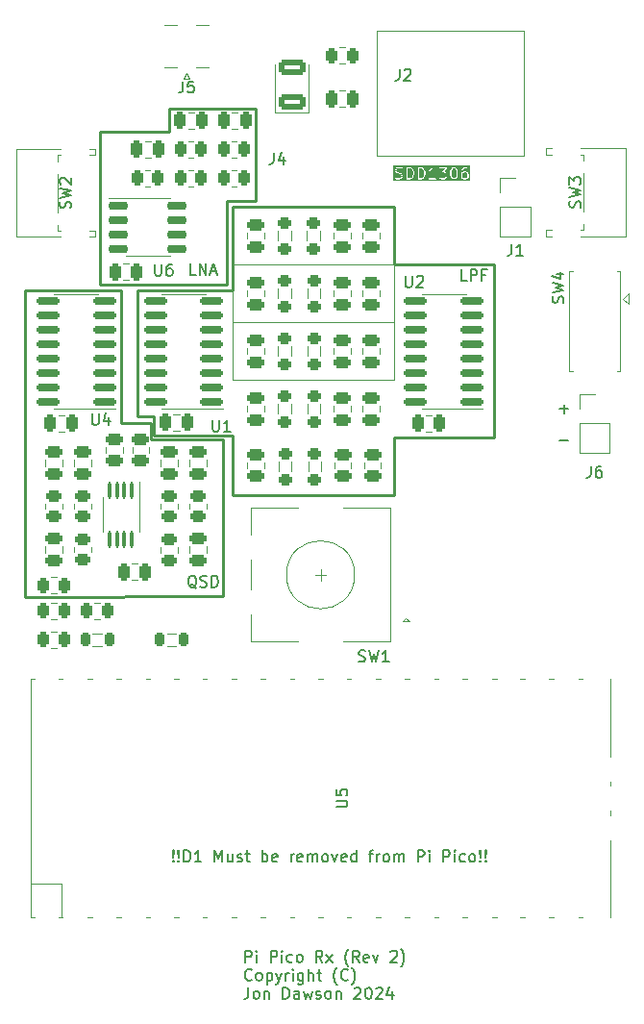
<source format=gbr>
G04 #@! TF.GenerationSoftware,KiCad,Pcbnew,7.0.5-unknown-202306101748~6fbdf8f0e2~ubuntu22.04.1*
G04 #@! TF.CreationDate,2024-07-28T12:56:51+01:00*
G04 #@! TF.ProjectId,pico_rx,7069636f-5f72-4782-9e6b-696361645f70,rev?*
G04 #@! TF.SameCoordinates,Original*
G04 #@! TF.FileFunction,Legend,Top*
G04 #@! TF.FilePolarity,Positive*
%FSLAX46Y46*%
G04 Gerber Fmt 4.6, Leading zero omitted, Abs format (unit mm)*
G04 Created by KiCad (PCBNEW 7.0.5-unknown-202306101748~6fbdf8f0e2~ubuntu22.04.1) date 2024-07-28 12:56:51*
%MOMM*%
%LPD*%
G01*
G04 APERTURE LIST*
G04 Aperture macros list*
%AMRoundRect*
0 Rectangle with rounded corners*
0 $1 Rounding radius*
0 $2 $3 $4 $5 $6 $7 $8 $9 X,Y pos of 4 corners*
0 Add a 4 corners polygon primitive as box body*
4,1,4,$2,$3,$4,$5,$6,$7,$8,$9,$2,$3,0*
0 Add four circle primitives for the rounded corners*
1,1,$1+$1,$2,$3*
1,1,$1+$1,$4,$5*
1,1,$1+$1,$6,$7*
1,1,$1+$1,$8,$9*
0 Add four rect primitives between the rounded corners*
20,1,$1+$1,$2,$3,$4,$5,0*
20,1,$1+$1,$4,$5,$6,$7,0*
20,1,$1+$1,$6,$7,$8,$9,0*
20,1,$1+$1,$8,$9,$2,$3,0*%
G04 Aperture macros list end*
%ADD10C,0.250000*%
%ADD11C,0.100000*%
%ADD12C,0.150000*%
%ADD13C,0.120000*%
%ADD14RoundRect,0.250000X-0.250000X-0.475000X0.250000X-0.475000X0.250000X0.475000X-0.250000X0.475000X0*%
%ADD15RoundRect,0.250000X0.262500X0.450000X-0.262500X0.450000X-0.262500X-0.450000X0.262500X-0.450000X0*%
%ADD16RoundRect,0.250000X0.475000X-0.250000X0.475000X0.250000X-0.475000X0.250000X-0.475000X-0.250000X0*%
%ADD17RoundRect,0.250000X0.350000X-0.275000X0.350000X0.275000X-0.350000X0.275000X-0.350000X-0.275000X0*%
%ADD18RoundRect,0.250000X-0.262500X-0.450000X0.262500X-0.450000X0.262500X0.450000X-0.262500X0.450000X0*%
%ADD19C,6.400000*%
%ADD20RoundRect,0.250000X-0.475000X0.250000X-0.475000X-0.250000X0.475000X-0.250000X0.475000X0.250000X0*%
%ADD21C,2.100000*%
%ADD22C,1.750000*%
%ADD23RoundRect,0.100000X-0.100000X0.625000X-0.100000X-0.625000X0.100000X-0.625000X0.100000X0.625000X0*%
%ADD24R,1.880000X1.680000*%
%ADD25RoundRect,0.250000X-0.450000X0.262500X-0.450000X-0.262500X0.450000X-0.262500X0.450000X0.262500X0*%
%ADD26O,1.800000X1.800000*%
%ADD27O,1.500000X1.500000*%
%ADD28O,1.700000X1.700000*%
%ADD29R,1.700000X3.500000*%
%ADD30R,1.700000X1.700000*%
%ADD31R,3.500000X1.700000*%
%ADD32RoundRect,0.250000X-0.350000X0.275000X-0.350000X-0.275000X0.350000X-0.275000X0.350000X0.275000X0*%
%ADD33RoundRect,0.250000X0.925000X-0.412500X0.925000X0.412500X-0.925000X0.412500X-0.925000X-0.412500X0*%
%ADD34RoundRect,0.250000X0.450000X-0.262500X0.450000X0.262500X-0.450000X0.262500X-0.450000X-0.262500X0*%
%ADD35RoundRect,0.250000X0.250000X0.475000X-0.250000X0.475000X-0.250000X-0.475000X0.250000X-0.475000X0*%
%ADD36R,2.000000X2.000000*%
%ADD37C,2.000000*%
%ADD38R,3.200000X2.000000*%
%ADD39RoundRect,0.150000X-0.725000X-0.150000X0.725000X-0.150000X0.725000X0.150000X-0.725000X0.150000X0*%
%ADD40RoundRect,0.150000X0.825000X0.150000X-0.825000X0.150000X-0.825000X-0.150000X0.825000X-0.150000X0*%
%ADD41RoundRect,0.218750X-0.218750X-0.381250X0.218750X-0.381250X0.218750X0.381250X-0.218750X0.381250X0*%
%ADD42R,1.270000X3.600000*%
%ADD43R,1.350000X4.200000*%
%ADD44O,3.500000X2.200000*%
%ADD45R,2.500000X1.500000*%
%ADD46O,2.500000X1.500000*%
G04 APERTURE END LIST*
D10*
X121920000Y-116332000D02*
X119380000Y-116332000D01*
X119380000Y-123698000D01*
X109220000Y-123698000D01*
X108204000Y-123698000D01*
X108204000Y-110236000D01*
X114300000Y-110236000D01*
X114300000Y-108204000D01*
X121920000Y-108204000D01*
X121920000Y-116332000D01*
D11*
X119888000Y-121920000D02*
X134112000Y-121920000D01*
X134112000Y-127000000D01*
X119888000Y-127000000D01*
X119888000Y-121920000D01*
D10*
X110100000Y-135900000D02*
X112675000Y-135900000D01*
X112675000Y-137275000D01*
X119000000Y-137275000D01*
X119010000Y-151110000D01*
X101630000Y-151162000D01*
X101600000Y-124206000D01*
X110100000Y-124200000D01*
X110100000Y-135900000D01*
D11*
X119888000Y-127000000D02*
X134112000Y-127000000D01*
X134112000Y-132080000D01*
X119888000Y-132080000D01*
X119888000Y-127000000D01*
D10*
X134112000Y-121920000D02*
X142875000Y-121920000D01*
X142875000Y-137160000D01*
X134112000Y-137160000D01*
X134112000Y-142240000D01*
X119875000Y-142250000D01*
X119875000Y-136975000D01*
X112975000Y-136975000D01*
X112975000Y-135250000D01*
X111500000Y-135250000D01*
X111506000Y-124206000D01*
X119888000Y-124206000D01*
X119888000Y-116840000D01*
X134112000Y-116840000D01*
X134112000Y-121920000D01*
D12*
X114636779Y-174399580D02*
X114684398Y-174447200D01*
X114684398Y-174447200D02*
X114636779Y-174494819D01*
X114636779Y-174494819D02*
X114589160Y-174447200D01*
X114589160Y-174447200D02*
X114636779Y-174399580D01*
X114636779Y-174399580D02*
X114636779Y-174494819D01*
X114636779Y-174113866D02*
X114589160Y-173542438D01*
X114589160Y-173542438D02*
X114636779Y-173494819D01*
X114636779Y-173494819D02*
X114684398Y-173542438D01*
X114684398Y-173542438D02*
X114636779Y-174113866D01*
X114636779Y-174113866D02*
X114636779Y-173494819D01*
X115112969Y-174399580D02*
X115160588Y-174447200D01*
X115160588Y-174447200D02*
X115112969Y-174494819D01*
X115112969Y-174494819D02*
X115065350Y-174447200D01*
X115065350Y-174447200D02*
X115112969Y-174399580D01*
X115112969Y-174399580D02*
X115112969Y-174494819D01*
X115112969Y-174113866D02*
X115065350Y-173542438D01*
X115065350Y-173542438D02*
X115112969Y-173494819D01*
X115112969Y-173494819D02*
X115160588Y-173542438D01*
X115160588Y-173542438D02*
X115112969Y-174113866D01*
X115112969Y-174113866D02*
X115112969Y-173494819D01*
X115589159Y-174494819D02*
X115589159Y-173494819D01*
X115589159Y-173494819D02*
X115827254Y-173494819D01*
X115827254Y-173494819D02*
X115970111Y-173542438D01*
X115970111Y-173542438D02*
X116065349Y-173637676D01*
X116065349Y-173637676D02*
X116112968Y-173732914D01*
X116112968Y-173732914D02*
X116160587Y-173923390D01*
X116160587Y-173923390D02*
X116160587Y-174066247D01*
X116160587Y-174066247D02*
X116112968Y-174256723D01*
X116112968Y-174256723D02*
X116065349Y-174351961D01*
X116065349Y-174351961D02*
X115970111Y-174447200D01*
X115970111Y-174447200D02*
X115827254Y-174494819D01*
X115827254Y-174494819D02*
X115589159Y-174494819D01*
X117112968Y-174494819D02*
X116541540Y-174494819D01*
X116827254Y-174494819D02*
X116827254Y-173494819D01*
X116827254Y-173494819D02*
X116732016Y-173637676D01*
X116732016Y-173637676D02*
X116636778Y-173732914D01*
X116636778Y-173732914D02*
X116541540Y-173780533D01*
X118303445Y-174494819D02*
X118303445Y-173494819D01*
X118303445Y-173494819D02*
X118636778Y-174209104D01*
X118636778Y-174209104D02*
X118970111Y-173494819D01*
X118970111Y-173494819D02*
X118970111Y-174494819D01*
X119874873Y-173828152D02*
X119874873Y-174494819D01*
X119446302Y-173828152D02*
X119446302Y-174351961D01*
X119446302Y-174351961D02*
X119493921Y-174447200D01*
X119493921Y-174447200D02*
X119589159Y-174494819D01*
X119589159Y-174494819D02*
X119732016Y-174494819D01*
X119732016Y-174494819D02*
X119827254Y-174447200D01*
X119827254Y-174447200D02*
X119874873Y-174399580D01*
X120303445Y-174447200D02*
X120398683Y-174494819D01*
X120398683Y-174494819D02*
X120589159Y-174494819D01*
X120589159Y-174494819D02*
X120684397Y-174447200D01*
X120684397Y-174447200D02*
X120732016Y-174351961D01*
X120732016Y-174351961D02*
X120732016Y-174304342D01*
X120732016Y-174304342D02*
X120684397Y-174209104D01*
X120684397Y-174209104D02*
X120589159Y-174161485D01*
X120589159Y-174161485D02*
X120446302Y-174161485D01*
X120446302Y-174161485D02*
X120351064Y-174113866D01*
X120351064Y-174113866D02*
X120303445Y-174018628D01*
X120303445Y-174018628D02*
X120303445Y-173971009D01*
X120303445Y-173971009D02*
X120351064Y-173875771D01*
X120351064Y-173875771D02*
X120446302Y-173828152D01*
X120446302Y-173828152D02*
X120589159Y-173828152D01*
X120589159Y-173828152D02*
X120684397Y-173875771D01*
X121017731Y-173828152D02*
X121398683Y-173828152D01*
X121160588Y-173494819D02*
X121160588Y-174351961D01*
X121160588Y-174351961D02*
X121208207Y-174447200D01*
X121208207Y-174447200D02*
X121303445Y-174494819D01*
X121303445Y-174494819D02*
X121398683Y-174494819D01*
X122493922Y-174494819D02*
X122493922Y-173494819D01*
X122493922Y-173875771D02*
X122589160Y-173828152D01*
X122589160Y-173828152D02*
X122779636Y-173828152D01*
X122779636Y-173828152D02*
X122874874Y-173875771D01*
X122874874Y-173875771D02*
X122922493Y-173923390D01*
X122922493Y-173923390D02*
X122970112Y-174018628D01*
X122970112Y-174018628D02*
X122970112Y-174304342D01*
X122970112Y-174304342D02*
X122922493Y-174399580D01*
X122922493Y-174399580D02*
X122874874Y-174447200D01*
X122874874Y-174447200D02*
X122779636Y-174494819D01*
X122779636Y-174494819D02*
X122589160Y-174494819D01*
X122589160Y-174494819D02*
X122493922Y-174447200D01*
X123779636Y-174447200D02*
X123684398Y-174494819D01*
X123684398Y-174494819D02*
X123493922Y-174494819D01*
X123493922Y-174494819D02*
X123398684Y-174447200D01*
X123398684Y-174447200D02*
X123351065Y-174351961D01*
X123351065Y-174351961D02*
X123351065Y-173971009D01*
X123351065Y-173971009D02*
X123398684Y-173875771D01*
X123398684Y-173875771D02*
X123493922Y-173828152D01*
X123493922Y-173828152D02*
X123684398Y-173828152D01*
X123684398Y-173828152D02*
X123779636Y-173875771D01*
X123779636Y-173875771D02*
X123827255Y-173971009D01*
X123827255Y-173971009D02*
X123827255Y-174066247D01*
X123827255Y-174066247D02*
X123351065Y-174161485D01*
X125017732Y-174494819D02*
X125017732Y-173828152D01*
X125017732Y-174018628D02*
X125065351Y-173923390D01*
X125065351Y-173923390D02*
X125112970Y-173875771D01*
X125112970Y-173875771D02*
X125208208Y-173828152D01*
X125208208Y-173828152D02*
X125303446Y-173828152D01*
X126017732Y-174447200D02*
X125922494Y-174494819D01*
X125922494Y-174494819D02*
X125732018Y-174494819D01*
X125732018Y-174494819D02*
X125636780Y-174447200D01*
X125636780Y-174447200D02*
X125589161Y-174351961D01*
X125589161Y-174351961D02*
X125589161Y-173971009D01*
X125589161Y-173971009D02*
X125636780Y-173875771D01*
X125636780Y-173875771D02*
X125732018Y-173828152D01*
X125732018Y-173828152D02*
X125922494Y-173828152D01*
X125922494Y-173828152D02*
X126017732Y-173875771D01*
X126017732Y-173875771D02*
X126065351Y-173971009D01*
X126065351Y-173971009D02*
X126065351Y-174066247D01*
X126065351Y-174066247D02*
X125589161Y-174161485D01*
X126493923Y-174494819D02*
X126493923Y-173828152D01*
X126493923Y-173923390D02*
X126541542Y-173875771D01*
X126541542Y-173875771D02*
X126636780Y-173828152D01*
X126636780Y-173828152D02*
X126779637Y-173828152D01*
X126779637Y-173828152D02*
X126874875Y-173875771D01*
X126874875Y-173875771D02*
X126922494Y-173971009D01*
X126922494Y-173971009D02*
X126922494Y-174494819D01*
X126922494Y-173971009D02*
X126970113Y-173875771D01*
X126970113Y-173875771D02*
X127065351Y-173828152D01*
X127065351Y-173828152D02*
X127208208Y-173828152D01*
X127208208Y-173828152D02*
X127303447Y-173875771D01*
X127303447Y-173875771D02*
X127351066Y-173971009D01*
X127351066Y-173971009D02*
X127351066Y-174494819D01*
X127970113Y-174494819D02*
X127874875Y-174447200D01*
X127874875Y-174447200D02*
X127827256Y-174399580D01*
X127827256Y-174399580D02*
X127779637Y-174304342D01*
X127779637Y-174304342D02*
X127779637Y-174018628D01*
X127779637Y-174018628D02*
X127827256Y-173923390D01*
X127827256Y-173923390D02*
X127874875Y-173875771D01*
X127874875Y-173875771D02*
X127970113Y-173828152D01*
X127970113Y-173828152D02*
X128112970Y-173828152D01*
X128112970Y-173828152D02*
X128208208Y-173875771D01*
X128208208Y-173875771D02*
X128255827Y-173923390D01*
X128255827Y-173923390D02*
X128303446Y-174018628D01*
X128303446Y-174018628D02*
X128303446Y-174304342D01*
X128303446Y-174304342D02*
X128255827Y-174399580D01*
X128255827Y-174399580D02*
X128208208Y-174447200D01*
X128208208Y-174447200D02*
X128112970Y-174494819D01*
X128112970Y-174494819D02*
X127970113Y-174494819D01*
X128636780Y-173828152D02*
X128874875Y-174494819D01*
X128874875Y-174494819D02*
X129112970Y-173828152D01*
X129874875Y-174447200D02*
X129779637Y-174494819D01*
X129779637Y-174494819D02*
X129589161Y-174494819D01*
X129589161Y-174494819D02*
X129493923Y-174447200D01*
X129493923Y-174447200D02*
X129446304Y-174351961D01*
X129446304Y-174351961D02*
X129446304Y-173971009D01*
X129446304Y-173971009D02*
X129493923Y-173875771D01*
X129493923Y-173875771D02*
X129589161Y-173828152D01*
X129589161Y-173828152D02*
X129779637Y-173828152D01*
X129779637Y-173828152D02*
X129874875Y-173875771D01*
X129874875Y-173875771D02*
X129922494Y-173971009D01*
X129922494Y-173971009D02*
X129922494Y-174066247D01*
X129922494Y-174066247D02*
X129446304Y-174161485D01*
X130779637Y-174494819D02*
X130779637Y-173494819D01*
X130779637Y-174447200D02*
X130684399Y-174494819D01*
X130684399Y-174494819D02*
X130493923Y-174494819D01*
X130493923Y-174494819D02*
X130398685Y-174447200D01*
X130398685Y-174447200D02*
X130351066Y-174399580D01*
X130351066Y-174399580D02*
X130303447Y-174304342D01*
X130303447Y-174304342D02*
X130303447Y-174018628D01*
X130303447Y-174018628D02*
X130351066Y-173923390D01*
X130351066Y-173923390D02*
X130398685Y-173875771D01*
X130398685Y-173875771D02*
X130493923Y-173828152D01*
X130493923Y-173828152D02*
X130684399Y-173828152D01*
X130684399Y-173828152D02*
X130779637Y-173875771D01*
X131874876Y-173828152D02*
X132255828Y-173828152D01*
X132017733Y-174494819D02*
X132017733Y-173637676D01*
X132017733Y-173637676D02*
X132065352Y-173542438D01*
X132065352Y-173542438D02*
X132160590Y-173494819D01*
X132160590Y-173494819D02*
X132255828Y-173494819D01*
X132589162Y-174494819D02*
X132589162Y-173828152D01*
X132589162Y-174018628D02*
X132636781Y-173923390D01*
X132636781Y-173923390D02*
X132684400Y-173875771D01*
X132684400Y-173875771D02*
X132779638Y-173828152D01*
X132779638Y-173828152D02*
X132874876Y-173828152D01*
X133351067Y-174494819D02*
X133255829Y-174447200D01*
X133255829Y-174447200D02*
X133208210Y-174399580D01*
X133208210Y-174399580D02*
X133160591Y-174304342D01*
X133160591Y-174304342D02*
X133160591Y-174018628D01*
X133160591Y-174018628D02*
X133208210Y-173923390D01*
X133208210Y-173923390D02*
X133255829Y-173875771D01*
X133255829Y-173875771D02*
X133351067Y-173828152D01*
X133351067Y-173828152D02*
X133493924Y-173828152D01*
X133493924Y-173828152D02*
X133589162Y-173875771D01*
X133589162Y-173875771D02*
X133636781Y-173923390D01*
X133636781Y-173923390D02*
X133684400Y-174018628D01*
X133684400Y-174018628D02*
X133684400Y-174304342D01*
X133684400Y-174304342D02*
X133636781Y-174399580D01*
X133636781Y-174399580D02*
X133589162Y-174447200D01*
X133589162Y-174447200D02*
X133493924Y-174494819D01*
X133493924Y-174494819D02*
X133351067Y-174494819D01*
X134112972Y-174494819D02*
X134112972Y-173828152D01*
X134112972Y-173923390D02*
X134160591Y-173875771D01*
X134160591Y-173875771D02*
X134255829Y-173828152D01*
X134255829Y-173828152D02*
X134398686Y-173828152D01*
X134398686Y-173828152D02*
X134493924Y-173875771D01*
X134493924Y-173875771D02*
X134541543Y-173971009D01*
X134541543Y-173971009D02*
X134541543Y-174494819D01*
X134541543Y-173971009D02*
X134589162Y-173875771D01*
X134589162Y-173875771D02*
X134684400Y-173828152D01*
X134684400Y-173828152D02*
X134827257Y-173828152D01*
X134827257Y-173828152D02*
X134922496Y-173875771D01*
X134922496Y-173875771D02*
X134970115Y-173971009D01*
X134970115Y-173971009D02*
X134970115Y-174494819D01*
X136208210Y-174494819D02*
X136208210Y-173494819D01*
X136208210Y-173494819D02*
X136589162Y-173494819D01*
X136589162Y-173494819D02*
X136684400Y-173542438D01*
X136684400Y-173542438D02*
X136732019Y-173590057D01*
X136732019Y-173590057D02*
X136779638Y-173685295D01*
X136779638Y-173685295D02*
X136779638Y-173828152D01*
X136779638Y-173828152D02*
X136732019Y-173923390D01*
X136732019Y-173923390D02*
X136684400Y-173971009D01*
X136684400Y-173971009D02*
X136589162Y-174018628D01*
X136589162Y-174018628D02*
X136208210Y-174018628D01*
X137208210Y-174494819D02*
X137208210Y-173828152D01*
X137208210Y-173494819D02*
X137160591Y-173542438D01*
X137160591Y-173542438D02*
X137208210Y-173590057D01*
X137208210Y-173590057D02*
X137255829Y-173542438D01*
X137255829Y-173542438D02*
X137208210Y-173494819D01*
X137208210Y-173494819D02*
X137208210Y-173590057D01*
X138446305Y-174494819D02*
X138446305Y-173494819D01*
X138446305Y-173494819D02*
X138827257Y-173494819D01*
X138827257Y-173494819D02*
X138922495Y-173542438D01*
X138922495Y-173542438D02*
X138970114Y-173590057D01*
X138970114Y-173590057D02*
X139017733Y-173685295D01*
X139017733Y-173685295D02*
X139017733Y-173828152D01*
X139017733Y-173828152D02*
X138970114Y-173923390D01*
X138970114Y-173923390D02*
X138922495Y-173971009D01*
X138922495Y-173971009D02*
X138827257Y-174018628D01*
X138827257Y-174018628D02*
X138446305Y-174018628D01*
X139446305Y-174494819D02*
X139446305Y-173828152D01*
X139446305Y-173494819D02*
X139398686Y-173542438D01*
X139398686Y-173542438D02*
X139446305Y-173590057D01*
X139446305Y-173590057D02*
X139493924Y-173542438D01*
X139493924Y-173542438D02*
X139446305Y-173494819D01*
X139446305Y-173494819D02*
X139446305Y-173590057D01*
X140351066Y-174447200D02*
X140255828Y-174494819D01*
X140255828Y-174494819D02*
X140065352Y-174494819D01*
X140065352Y-174494819D02*
X139970114Y-174447200D01*
X139970114Y-174447200D02*
X139922495Y-174399580D01*
X139922495Y-174399580D02*
X139874876Y-174304342D01*
X139874876Y-174304342D02*
X139874876Y-174018628D01*
X139874876Y-174018628D02*
X139922495Y-173923390D01*
X139922495Y-173923390D02*
X139970114Y-173875771D01*
X139970114Y-173875771D02*
X140065352Y-173828152D01*
X140065352Y-173828152D02*
X140255828Y-173828152D01*
X140255828Y-173828152D02*
X140351066Y-173875771D01*
X140922495Y-174494819D02*
X140827257Y-174447200D01*
X140827257Y-174447200D02*
X140779638Y-174399580D01*
X140779638Y-174399580D02*
X140732019Y-174304342D01*
X140732019Y-174304342D02*
X140732019Y-174018628D01*
X140732019Y-174018628D02*
X140779638Y-173923390D01*
X140779638Y-173923390D02*
X140827257Y-173875771D01*
X140827257Y-173875771D02*
X140922495Y-173828152D01*
X140922495Y-173828152D02*
X141065352Y-173828152D01*
X141065352Y-173828152D02*
X141160590Y-173875771D01*
X141160590Y-173875771D02*
X141208209Y-173923390D01*
X141208209Y-173923390D02*
X141255828Y-174018628D01*
X141255828Y-174018628D02*
X141255828Y-174304342D01*
X141255828Y-174304342D02*
X141208209Y-174399580D01*
X141208209Y-174399580D02*
X141160590Y-174447200D01*
X141160590Y-174447200D02*
X141065352Y-174494819D01*
X141065352Y-174494819D02*
X140922495Y-174494819D01*
X141684400Y-174399580D02*
X141732019Y-174447200D01*
X141732019Y-174447200D02*
X141684400Y-174494819D01*
X141684400Y-174494819D02*
X141636781Y-174447200D01*
X141636781Y-174447200D02*
X141684400Y-174399580D01*
X141684400Y-174399580D02*
X141684400Y-174494819D01*
X141684400Y-174113866D02*
X141636781Y-173542438D01*
X141636781Y-173542438D02*
X141684400Y-173494819D01*
X141684400Y-173494819D02*
X141732019Y-173542438D01*
X141732019Y-173542438D02*
X141684400Y-174113866D01*
X141684400Y-174113866D02*
X141684400Y-173494819D01*
X142160590Y-174399580D02*
X142208209Y-174447200D01*
X142208209Y-174447200D02*
X142160590Y-174494819D01*
X142160590Y-174494819D02*
X142112971Y-174447200D01*
X142112971Y-174447200D02*
X142160590Y-174399580D01*
X142160590Y-174399580D02*
X142160590Y-174494819D01*
X142160590Y-174113866D02*
X142112971Y-173542438D01*
X142112971Y-173542438D02*
X142160590Y-173494819D01*
X142160590Y-173494819D02*
X142208209Y-173542438D01*
X142208209Y-173542438D02*
X142160590Y-174113866D01*
X142160590Y-174113866D02*
X142160590Y-173494819D01*
X116636969Y-122805819D02*
X116160779Y-122805819D01*
X116160779Y-122805819D02*
X116160779Y-121805819D01*
X116970303Y-122805819D02*
X116970303Y-121805819D01*
X116970303Y-121805819D02*
X117541731Y-122805819D01*
X117541731Y-122805819D02*
X117541731Y-121805819D01*
X117970303Y-122520104D02*
X118446493Y-122520104D01*
X117875065Y-122805819D02*
X118208398Y-121805819D01*
X118208398Y-121805819D02*
X118541731Y-122805819D01*
X148672779Y-134616866D02*
X149434684Y-134616866D01*
X149053731Y-134997819D02*
X149053731Y-134235914D01*
X140512969Y-123313819D02*
X140036779Y-123313819D01*
X140036779Y-123313819D02*
X140036779Y-122313819D01*
X140846303Y-123313819D02*
X140846303Y-122313819D01*
X140846303Y-122313819D02*
X141227255Y-122313819D01*
X141227255Y-122313819D02*
X141322493Y-122361438D01*
X141322493Y-122361438D02*
X141370112Y-122409057D01*
X141370112Y-122409057D02*
X141417731Y-122504295D01*
X141417731Y-122504295D02*
X141417731Y-122647152D01*
X141417731Y-122647152D02*
X141370112Y-122742390D01*
X141370112Y-122742390D02*
X141322493Y-122790009D01*
X141322493Y-122790009D02*
X141227255Y-122837628D01*
X141227255Y-122837628D02*
X140846303Y-122837628D01*
X142179636Y-122790009D02*
X141846303Y-122790009D01*
X141846303Y-123313819D02*
X141846303Y-122313819D01*
X141846303Y-122313819D02*
X142322493Y-122313819D01*
X120986779Y-183339819D02*
X120986779Y-182339819D01*
X120986779Y-182339819D02*
X121367731Y-182339819D01*
X121367731Y-182339819D02*
X121462969Y-182387438D01*
X121462969Y-182387438D02*
X121510588Y-182435057D01*
X121510588Y-182435057D02*
X121558207Y-182530295D01*
X121558207Y-182530295D02*
X121558207Y-182673152D01*
X121558207Y-182673152D02*
X121510588Y-182768390D01*
X121510588Y-182768390D02*
X121462969Y-182816009D01*
X121462969Y-182816009D02*
X121367731Y-182863628D01*
X121367731Y-182863628D02*
X120986779Y-182863628D01*
X121986779Y-183339819D02*
X121986779Y-182673152D01*
X121986779Y-182339819D02*
X121939160Y-182387438D01*
X121939160Y-182387438D02*
X121986779Y-182435057D01*
X121986779Y-182435057D02*
X122034398Y-182387438D01*
X122034398Y-182387438D02*
X121986779Y-182339819D01*
X121986779Y-182339819D02*
X121986779Y-182435057D01*
X123224874Y-183339819D02*
X123224874Y-182339819D01*
X123224874Y-182339819D02*
X123605826Y-182339819D01*
X123605826Y-182339819D02*
X123701064Y-182387438D01*
X123701064Y-182387438D02*
X123748683Y-182435057D01*
X123748683Y-182435057D02*
X123796302Y-182530295D01*
X123796302Y-182530295D02*
X123796302Y-182673152D01*
X123796302Y-182673152D02*
X123748683Y-182768390D01*
X123748683Y-182768390D02*
X123701064Y-182816009D01*
X123701064Y-182816009D02*
X123605826Y-182863628D01*
X123605826Y-182863628D02*
X123224874Y-182863628D01*
X124224874Y-183339819D02*
X124224874Y-182673152D01*
X124224874Y-182339819D02*
X124177255Y-182387438D01*
X124177255Y-182387438D02*
X124224874Y-182435057D01*
X124224874Y-182435057D02*
X124272493Y-182387438D01*
X124272493Y-182387438D02*
X124224874Y-182339819D01*
X124224874Y-182339819D02*
X124224874Y-182435057D01*
X125129635Y-183292200D02*
X125034397Y-183339819D01*
X125034397Y-183339819D02*
X124843921Y-183339819D01*
X124843921Y-183339819D02*
X124748683Y-183292200D01*
X124748683Y-183292200D02*
X124701064Y-183244580D01*
X124701064Y-183244580D02*
X124653445Y-183149342D01*
X124653445Y-183149342D02*
X124653445Y-182863628D01*
X124653445Y-182863628D02*
X124701064Y-182768390D01*
X124701064Y-182768390D02*
X124748683Y-182720771D01*
X124748683Y-182720771D02*
X124843921Y-182673152D01*
X124843921Y-182673152D02*
X125034397Y-182673152D01*
X125034397Y-182673152D02*
X125129635Y-182720771D01*
X125701064Y-183339819D02*
X125605826Y-183292200D01*
X125605826Y-183292200D02*
X125558207Y-183244580D01*
X125558207Y-183244580D02*
X125510588Y-183149342D01*
X125510588Y-183149342D02*
X125510588Y-182863628D01*
X125510588Y-182863628D02*
X125558207Y-182768390D01*
X125558207Y-182768390D02*
X125605826Y-182720771D01*
X125605826Y-182720771D02*
X125701064Y-182673152D01*
X125701064Y-182673152D02*
X125843921Y-182673152D01*
X125843921Y-182673152D02*
X125939159Y-182720771D01*
X125939159Y-182720771D02*
X125986778Y-182768390D01*
X125986778Y-182768390D02*
X126034397Y-182863628D01*
X126034397Y-182863628D02*
X126034397Y-183149342D01*
X126034397Y-183149342D02*
X125986778Y-183244580D01*
X125986778Y-183244580D02*
X125939159Y-183292200D01*
X125939159Y-183292200D02*
X125843921Y-183339819D01*
X125843921Y-183339819D02*
X125701064Y-183339819D01*
X127796302Y-183339819D02*
X127462969Y-182863628D01*
X127224874Y-183339819D02*
X127224874Y-182339819D01*
X127224874Y-182339819D02*
X127605826Y-182339819D01*
X127605826Y-182339819D02*
X127701064Y-182387438D01*
X127701064Y-182387438D02*
X127748683Y-182435057D01*
X127748683Y-182435057D02*
X127796302Y-182530295D01*
X127796302Y-182530295D02*
X127796302Y-182673152D01*
X127796302Y-182673152D02*
X127748683Y-182768390D01*
X127748683Y-182768390D02*
X127701064Y-182816009D01*
X127701064Y-182816009D02*
X127605826Y-182863628D01*
X127605826Y-182863628D02*
X127224874Y-182863628D01*
X128129636Y-183339819D02*
X128653445Y-182673152D01*
X128129636Y-182673152D02*
X128653445Y-183339819D01*
X130082017Y-183720771D02*
X130034398Y-183673152D01*
X130034398Y-183673152D02*
X129939160Y-183530295D01*
X129939160Y-183530295D02*
X129891541Y-183435057D01*
X129891541Y-183435057D02*
X129843922Y-183292200D01*
X129843922Y-183292200D02*
X129796303Y-183054104D01*
X129796303Y-183054104D02*
X129796303Y-182863628D01*
X129796303Y-182863628D02*
X129843922Y-182625533D01*
X129843922Y-182625533D02*
X129891541Y-182482676D01*
X129891541Y-182482676D02*
X129939160Y-182387438D01*
X129939160Y-182387438D02*
X130034398Y-182244580D01*
X130034398Y-182244580D02*
X130082017Y-182196961D01*
X131034398Y-183339819D02*
X130701065Y-182863628D01*
X130462970Y-183339819D02*
X130462970Y-182339819D01*
X130462970Y-182339819D02*
X130843922Y-182339819D01*
X130843922Y-182339819D02*
X130939160Y-182387438D01*
X130939160Y-182387438D02*
X130986779Y-182435057D01*
X130986779Y-182435057D02*
X131034398Y-182530295D01*
X131034398Y-182530295D02*
X131034398Y-182673152D01*
X131034398Y-182673152D02*
X130986779Y-182768390D01*
X130986779Y-182768390D02*
X130939160Y-182816009D01*
X130939160Y-182816009D02*
X130843922Y-182863628D01*
X130843922Y-182863628D02*
X130462970Y-182863628D01*
X131843922Y-183292200D02*
X131748684Y-183339819D01*
X131748684Y-183339819D02*
X131558208Y-183339819D01*
X131558208Y-183339819D02*
X131462970Y-183292200D01*
X131462970Y-183292200D02*
X131415351Y-183196961D01*
X131415351Y-183196961D02*
X131415351Y-182816009D01*
X131415351Y-182816009D02*
X131462970Y-182720771D01*
X131462970Y-182720771D02*
X131558208Y-182673152D01*
X131558208Y-182673152D02*
X131748684Y-182673152D01*
X131748684Y-182673152D02*
X131843922Y-182720771D01*
X131843922Y-182720771D02*
X131891541Y-182816009D01*
X131891541Y-182816009D02*
X131891541Y-182911247D01*
X131891541Y-182911247D02*
X131415351Y-183006485D01*
X132224875Y-182673152D02*
X132462970Y-183339819D01*
X132462970Y-183339819D02*
X132701065Y-182673152D01*
X133796304Y-182435057D02*
X133843923Y-182387438D01*
X133843923Y-182387438D02*
X133939161Y-182339819D01*
X133939161Y-182339819D02*
X134177256Y-182339819D01*
X134177256Y-182339819D02*
X134272494Y-182387438D01*
X134272494Y-182387438D02*
X134320113Y-182435057D01*
X134320113Y-182435057D02*
X134367732Y-182530295D01*
X134367732Y-182530295D02*
X134367732Y-182625533D01*
X134367732Y-182625533D02*
X134320113Y-182768390D01*
X134320113Y-182768390D02*
X133748685Y-183339819D01*
X133748685Y-183339819D02*
X134367732Y-183339819D01*
X134701066Y-183720771D02*
X134748685Y-183673152D01*
X134748685Y-183673152D02*
X134843923Y-183530295D01*
X134843923Y-183530295D02*
X134891542Y-183435057D01*
X134891542Y-183435057D02*
X134939161Y-183292200D01*
X134939161Y-183292200D02*
X134986780Y-183054104D01*
X134986780Y-183054104D02*
X134986780Y-182863628D01*
X134986780Y-182863628D02*
X134939161Y-182625533D01*
X134939161Y-182625533D02*
X134891542Y-182482676D01*
X134891542Y-182482676D02*
X134843923Y-182387438D01*
X134843923Y-182387438D02*
X134748685Y-182244580D01*
X134748685Y-182244580D02*
X134701066Y-182196961D01*
X121558207Y-184854580D02*
X121510588Y-184902200D01*
X121510588Y-184902200D02*
X121367731Y-184949819D01*
X121367731Y-184949819D02*
X121272493Y-184949819D01*
X121272493Y-184949819D02*
X121129636Y-184902200D01*
X121129636Y-184902200D02*
X121034398Y-184806961D01*
X121034398Y-184806961D02*
X120986779Y-184711723D01*
X120986779Y-184711723D02*
X120939160Y-184521247D01*
X120939160Y-184521247D02*
X120939160Y-184378390D01*
X120939160Y-184378390D02*
X120986779Y-184187914D01*
X120986779Y-184187914D02*
X121034398Y-184092676D01*
X121034398Y-184092676D02*
X121129636Y-183997438D01*
X121129636Y-183997438D02*
X121272493Y-183949819D01*
X121272493Y-183949819D02*
X121367731Y-183949819D01*
X121367731Y-183949819D02*
X121510588Y-183997438D01*
X121510588Y-183997438D02*
X121558207Y-184045057D01*
X122129636Y-184949819D02*
X122034398Y-184902200D01*
X122034398Y-184902200D02*
X121986779Y-184854580D01*
X121986779Y-184854580D02*
X121939160Y-184759342D01*
X121939160Y-184759342D02*
X121939160Y-184473628D01*
X121939160Y-184473628D02*
X121986779Y-184378390D01*
X121986779Y-184378390D02*
X122034398Y-184330771D01*
X122034398Y-184330771D02*
X122129636Y-184283152D01*
X122129636Y-184283152D02*
X122272493Y-184283152D01*
X122272493Y-184283152D02*
X122367731Y-184330771D01*
X122367731Y-184330771D02*
X122415350Y-184378390D01*
X122415350Y-184378390D02*
X122462969Y-184473628D01*
X122462969Y-184473628D02*
X122462969Y-184759342D01*
X122462969Y-184759342D02*
X122415350Y-184854580D01*
X122415350Y-184854580D02*
X122367731Y-184902200D01*
X122367731Y-184902200D02*
X122272493Y-184949819D01*
X122272493Y-184949819D02*
X122129636Y-184949819D01*
X122891541Y-184283152D02*
X122891541Y-185283152D01*
X122891541Y-184330771D02*
X122986779Y-184283152D01*
X122986779Y-184283152D02*
X123177255Y-184283152D01*
X123177255Y-184283152D02*
X123272493Y-184330771D01*
X123272493Y-184330771D02*
X123320112Y-184378390D01*
X123320112Y-184378390D02*
X123367731Y-184473628D01*
X123367731Y-184473628D02*
X123367731Y-184759342D01*
X123367731Y-184759342D02*
X123320112Y-184854580D01*
X123320112Y-184854580D02*
X123272493Y-184902200D01*
X123272493Y-184902200D02*
X123177255Y-184949819D01*
X123177255Y-184949819D02*
X122986779Y-184949819D01*
X122986779Y-184949819D02*
X122891541Y-184902200D01*
X123701065Y-184283152D02*
X123939160Y-184949819D01*
X124177255Y-184283152D02*
X123939160Y-184949819D01*
X123939160Y-184949819D02*
X123843922Y-185187914D01*
X123843922Y-185187914D02*
X123796303Y-185235533D01*
X123796303Y-185235533D02*
X123701065Y-185283152D01*
X124558208Y-184949819D02*
X124558208Y-184283152D01*
X124558208Y-184473628D02*
X124605827Y-184378390D01*
X124605827Y-184378390D02*
X124653446Y-184330771D01*
X124653446Y-184330771D02*
X124748684Y-184283152D01*
X124748684Y-184283152D02*
X124843922Y-184283152D01*
X125177256Y-184949819D02*
X125177256Y-184283152D01*
X125177256Y-183949819D02*
X125129637Y-183997438D01*
X125129637Y-183997438D02*
X125177256Y-184045057D01*
X125177256Y-184045057D02*
X125224875Y-183997438D01*
X125224875Y-183997438D02*
X125177256Y-183949819D01*
X125177256Y-183949819D02*
X125177256Y-184045057D01*
X126082017Y-184283152D02*
X126082017Y-185092676D01*
X126082017Y-185092676D02*
X126034398Y-185187914D01*
X126034398Y-185187914D02*
X125986779Y-185235533D01*
X125986779Y-185235533D02*
X125891541Y-185283152D01*
X125891541Y-185283152D02*
X125748684Y-185283152D01*
X125748684Y-185283152D02*
X125653446Y-185235533D01*
X126082017Y-184902200D02*
X125986779Y-184949819D01*
X125986779Y-184949819D02*
X125796303Y-184949819D01*
X125796303Y-184949819D02*
X125701065Y-184902200D01*
X125701065Y-184902200D02*
X125653446Y-184854580D01*
X125653446Y-184854580D02*
X125605827Y-184759342D01*
X125605827Y-184759342D02*
X125605827Y-184473628D01*
X125605827Y-184473628D02*
X125653446Y-184378390D01*
X125653446Y-184378390D02*
X125701065Y-184330771D01*
X125701065Y-184330771D02*
X125796303Y-184283152D01*
X125796303Y-184283152D02*
X125986779Y-184283152D01*
X125986779Y-184283152D02*
X126082017Y-184330771D01*
X126558208Y-184949819D02*
X126558208Y-183949819D01*
X126986779Y-184949819D02*
X126986779Y-184426009D01*
X126986779Y-184426009D02*
X126939160Y-184330771D01*
X126939160Y-184330771D02*
X126843922Y-184283152D01*
X126843922Y-184283152D02*
X126701065Y-184283152D01*
X126701065Y-184283152D02*
X126605827Y-184330771D01*
X126605827Y-184330771D02*
X126558208Y-184378390D01*
X127320113Y-184283152D02*
X127701065Y-184283152D01*
X127462970Y-183949819D02*
X127462970Y-184806961D01*
X127462970Y-184806961D02*
X127510589Y-184902200D01*
X127510589Y-184902200D02*
X127605827Y-184949819D01*
X127605827Y-184949819D02*
X127701065Y-184949819D01*
X129082018Y-185330771D02*
X129034399Y-185283152D01*
X129034399Y-185283152D02*
X128939161Y-185140295D01*
X128939161Y-185140295D02*
X128891542Y-185045057D01*
X128891542Y-185045057D02*
X128843923Y-184902200D01*
X128843923Y-184902200D02*
X128796304Y-184664104D01*
X128796304Y-184664104D02*
X128796304Y-184473628D01*
X128796304Y-184473628D02*
X128843923Y-184235533D01*
X128843923Y-184235533D02*
X128891542Y-184092676D01*
X128891542Y-184092676D02*
X128939161Y-183997438D01*
X128939161Y-183997438D02*
X129034399Y-183854580D01*
X129034399Y-183854580D02*
X129082018Y-183806961D01*
X130034399Y-184854580D02*
X129986780Y-184902200D01*
X129986780Y-184902200D02*
X129843923Y-184949819D01*
X129843923Y-184949819D02*
X129748685Y-184949819D01*
X129748685Y-184949819D02*
X129605828Y-184902200D01*
X129605828Y-184902200D02*
X129510590Y-184806961D01*
X129510590Y-184806961D02*
X129462971Y-184711723D01*
X129462971Y-184711723D02*
X129415352Y-184521247D01*
X129415352Y-184521247D02*
X129415352Y-184378390D01*
X129415352Y-184378390D02*
X129462971Y-184187914D01*
X129462971Y-184187914D02*
X129510590Y-184092676D01*
X129510590Y-184092676D02*
X129605828Y-183997438D01*
X129605828Y-183997438D02*
X129748685Y-183949819D01*
X129748685Y-183949819D02*
X129843923Y-183949819D01*
X129843923Y-183949819D02*
X129986780Y-183997438D01*
X129986780Y-183997438D02*
X130034399Y-184045057D01*
X130367733Y-185330771D02*
X130415352Y-185283152D01*
X130415352Y-185283152D02*
X130510590Y-185140295D01*
X130510590Y-185140295D02*
X130558209Y-185045057D01*
X130558209Y-185045057D02*
X130605828Y-184902200D01*
X130605828Y-184902200D02*
X130653447Y-184664104D01*
X130653447Y-184664104D02*
X130653447Y-184473628D01*
X130653447Y-184473628D02*
X130605828Y-184235533D01*
X130605828Y-184235533D02*
X130558209Y-184092676D01*
X130558209Y-184092676D02*
X130510590Y-183997438D01*
X130510590Y-183997438D02*
X130415352Y-183854580D01*
X130415352Y-183854580D02*
X130367733Y-183806961D01*
X121272493Y-185559819D02*
X121272493Y-186274104D01*
X121272493Y-186274104D02*
X121224874Y-186416961D01*
X121224874Y-186416961D02*
X121129636Y-186512200D01*
X121129636Y-186512200D02*
X120986779Y-186559819D01*
X120986779Y-186559819D02*
X120891541Y-186559819D01*
X121891541Y-186559819D02*
X121796303Y-186512200D01*
X121796303Y-186512200D02*
X121748684Y-186464580D01*
X121748684Y-186464580D02*
X121701065Y-186369342D01*
X121701065Y-186369342D02*
X121701065Y-186083628D01*
X121701065Y-186083628D02*
X121748684Y-185988390D01*
X121748684Y-185988390D02*
X121796303Y-185940771D01*
X121796303Y-185940771D02*
X121891541Y-185893152D01*
X121891541Y-185893152D02*
X122034398Y-185893152D01*
X122034398Y-185893152D02*
X122129636Y-185940771D01*
X122129636Y-185940771D02*
X122177255Y-185988390D01*
X122177255Y-185988390D02*
X122224874Y-186083628D01*
X122224874Y-186083628D02*
X122224874Y-186369342D01*
X122224874Y-186369342D02*
X122177255Y-186464580D01*
X122177255Y-186464580D02*
X122129636Y-186512200D01*
X122129636Y-186512200D02*
X122034398Y-186559819D01*
X122034398Y-186559819D02*
X121891541Y-186559819D01*
X122653446Y-185893152D02*
X122653446Y-186559819D01*
X122653446Y-185988390D02*
X122701065Y-185940771D01*
X122701065Y-185940771D02*
X122796303Y-185893152D01*
X122796303Y-185893152D02*
X122939160Y-185893152D01*
X122939160Y-185893152D02*
X123034398Y-185940771D01*
X123034398Y-185940771D02*
X123082017Y-186036009D01*
X123082017Y-186036009D02*
X123082017Y-186559819D01*
X124320113Y-186559819D02*
X124320113Y-185559819D01*
X124320113Y-185559819D02*
X124558208Y-185559819D01*
X124558208Y-185559819D02*
X124701065Y-185607438D01*
X124701065Y-185607438D02*
X124796303Y-185702676D01*
X124796303Y-185702676D02*
X124843922Y-185797914D01*
X124843922Y-185797914D02*
X124891541Y-185988390D01*
X124891541Y-185988390D02*
X124891541Y-186131247D01*
X124891541Y-186131247D02*
X124843922Y-186321723D01*
X124843922Y-186321723D02*
X124796303Y-186416961D01*
X124796303Y-186416961D02*
X124701065Y-186512200D01*
X124701065Y-186512200D02*
X124558208Y-186559819D01*
X124558208Y-186559819D02*
X124320113Y-186559819D01*
X125748684Y-186559819D02*
X125748684Y-186036009D01*
X125748684Y-186036009D02*
X125701065Y-185940771D01*
X125701065Y-185940771D02*
X125605827Y-185893152D01*
X125605827Y-185893152D02*
X125415351Y-185893152D01*
X125415351Y-185893152D02*
X125320113Y-185940771D01*
X125748684Y-186512200D02*
X125653446Y-186559819D01*
X125653446Y-186559819D02*
X125415351Y-186559819D01*
X125415351Y-186559819D02*
X125320113Y-186512200D01*
X125320113Y-186512200D02*
X125272494Y-186416961D01*
X125272494Y-186416961D02*
X125272494Y-186321723D01*
X125272494Y-186321723D02*
X125320113Y-186226485D01*
X125320113Y-186226485D02*
X125415351Y-186178866D01*
X125415351Y-186178866D02*
X125653446Y-186178866D01*
X125653446Y-186178866D02*
X125748684Y-186131247D01*
X126129637Y-185893152D02*
X126320113Y-186559819D01*
X126320113Y-186559819D02*
X126510589Y-186083628D01*
X126510589Y-186083628D02*
X126701065Y-186559819D01*
X126701065Y-186559819D02*
X126891541Y-185893152D01*
X127224875Y-186512200D02*
X127320113Y-186559819D01*
X127320113Y-186559819D02*
X127510589Y-186559819D01*
X127510589Y-186559819D02*
X127605827Y-186512200D01*
X127605827Y-186512200D02*
X127653446Y-186416961D01*
X127653446Y-186416961D02*
X127653446Y-186369342D01*
X127653446Y-186369342D02*
X127605827Y-186274104D01*
X127605827Y-186274104D02*
X127510589Y-186226485D01*
X127510589Y-186226485D02*
X127367732Y-186226485D01*
X127367732Y-186226485D02*
X127272494Y-186178866D01*
X127272494Y-186178866D02*
X127224875Y-186083628D01*
X127224875Y-186083628D02*
X127224875Y-186036009D01*
X127224875Y-186036009D02*
X127272494Y-185940771D01*
X127272494Y-185940771D02*
X127367732Y-185893152D01*
X127367732Y-185893152D02*
X127510589Y-185893152D01*
X127510589Y-185893152D02*
X127605827Y-185940771D01*
X128224875Y-186559819D02*
X128129637Y-186512200D01*
X128129637Y-186512200D02*
X128082018Y-186464580D01*
X128082018Y-186464580D02*
X128034399Y-186369342D01*
X128034399Y-186369342D02*
X128034399Y-186083628D01*
X128034399Y-186083628D02*
X128082018Y-185988390D01*
X128082018Y-185988390D02*
X128129637Y-185940771D01*
X128129637Y-185940771D02*
X128224875Y-185893152D01*
X128224875Y-185893152D02*
X128367732Y-185893152D01*
X128367732Y-185893152D02*
X128462970Y-185940771D01*
X128462970Y-185940771D02*
X128510589Y-185988390D01*
X128510589Y-185988390D02*
X128558208Y-186083628D01*
X128558208Y-186083628D02*
X128558208Y-186369342D01*
X128558208Y-186369342D02*
X128510589Y-186464580D01*
X128510589Y-186464580D02*
X128462970Y-186512200D01*
X128462970Y-186512200D02*
X128367732Y-186559819D01*
X128367732Y-186559819D02*
X128224875Y-186559819D01*
X128986780Y-185893152D02*
X128986780Y-186559819D01*
X128986780Y-185988390D02*
X129034399Y-185940771D01*
X129034399Y-185940771D02*
X129129637Y-185893152D01*
X129129637Y-185893152D02*
X129272494Y-185893152D01*
X129272494Y-185893152D02*
X129367732Y-185940771D01*
X129367732Y-185940771D02*
X129415351Y-186036009D01*
X129415351Y-186036009D02*
X129415351Y-186559819D01*
X130605828Y-185655057D02*
X130653447Y-185607438D01*
X130653447Y-185607438D02*
X130748685Y-185559819D01*
X130748685Y-185559819D02*
X130986780Y-185559819D01*
X130986780Y-185559819D02*
X131082018Y-185607438D01*
X131082018Y-185607438D02*
X131129637Y-185655057D01*
X131129637Y-185655057D02*
X131177256Y-185750295D01*
X131177256Y-185750295D02*
X131177256Y-185845533D01*
X131177256Y-185845533D02*
X131129637Y-185988390D01*
X131129637Y-185988390D02*
X130558209Y-186559819D01*
X130558209Y-186559819D02*
X131177256Y-186559819D01*
X131796304Y-185559819D02*
X131891542Y-185559819D01*
X131891542Y-185559819D02*
X131986780Y-185607438D01*
X131986780Y-185607438D02*
X132034399Y-185655057D01*
X132034399Y-185655057D02*
X132082018Y-185750295D01*
X132082018Y-185750295D02*
X132129637Y-185940771D01*
X132129637Y-185940771D02*
X132129637Y-186178866D01*
X132129637Y-186178866D02*
X132082018Y-186369342D01*
X132082018Y-186369342D02*
X132034399Y-186464580D01*
X132034399Y-186464580D02*
X131986780Y-186512200D01*
X131986780Y-186512200D02*
X131891542Y-186559819D01*
X131891542Y-186559819D02*
X131796304Y-186559819D01*
X131796304Y-186559819D02*
X131701066Y-186512200D01*
X131701066Y-186512200D02*
X131653447Y-186464580D01*
X131653447Y-186464580D02*
X131605828Y-186369342D01*
X131605828Y-186369342D02*
X131558209Y-186178866D01*
X131558209Y-186178866D02*
X131558209Y-185940771D01*
X131558209Y-185940771D02*
X131605828Y-185750295D01*
X131605828Y-185750295D02*
X131653447Y-185655057D01*
X131653447Y-185655057D02*
X131701066Y-185607438D01*
X131701066Y-185607438D02*
X131796304Y-185559819D01*
X132510590Y-185655057D02*
X132558209Y-185607438D01*
X132558209Y-185607438D02*
X132653447Y-185559819D01*
X132653447Y-185559819D02*
X132891542Y-185559819D01*
X132891542Y-185559819D02*
X132986780Y-185607438D01*
X132986780Y-185607438D02*
X133034399Y-185655057D01*
X133034399Y-185655057D02*
X133082018Y-185750295D01*
X133082018Y-185750295D02*
X133082018Y-185845533D01*
X133082018Y-185845533D02*
X133034399Y-185988390D01*
X133034399Y-185988390D02*
X132462971Y-186559819D01*
X132462971Y-186559819D02*
X133082018Y-186559819D01*
X133939161Y-185893152D02*
X133939161Y-186559819D01*
X133701066Y-185512200D02*
X133462971Y-186226485D01*
X133462971Y-186226485D02*
X134082018Y-186226485D01*
X148672779Y-137410866D02*
X149434684Y-137410866D01*
X116703445Y-150405057D02*
X116608207Y-150357438D01*
X116608207Y-150357438D02*
X116512969Y-150262200D01*
X116512969Y-150262200D02*
X116370112Y-150119342D01*
X116370112Y-150119342D02*
X116274874Y-150071723D01*
X116274874Y-150071723D02*
X116179636Y-150071723D01*
X116227255Y-150309819D02*
X116132017Y-150262200D01*
X116132017Y-150262200D02*
X116036779Y-150166961D01*
X116036779Y-150166961D02*
X115989160Y-149976485D01*
X115989160Y-149976485D02*
X115989160Y-149643152D01*
X115989160Y-149643152D02*
X116036779Y-149452676D01*
X116036779Y-149452676D02*
X116132017Y-149357438D01*
X116132017Y-149357438D02*
X116227255Y-149309819D01*
X116227255Y-149309819D02*
X116417731Y-149309819D01*
X116417731Y-149309819D02*
X116512969Y-149357438D01*
X116512969Y-149357438D02*
X116608207Y-149452676D01*
X116608207Y-149452676D02*
X116655826Y-149643152D01*
X116655826Y-149643152D02*
X116655826Y-149976485D01*
X116655826Y-149976485D02*
X116608207Y-150166961D01*
X116608207Y-150166961D02*
X116512969Y-150262200D01*
X116512969Y-150262200D02*
X116417731Y-150309819D01*
X116417731Y-150309819D02*
X116227255Y-150309819D01*
X117036779Y-150262200D02*
X117179636Y-150309819D01*
X117179636Y-150309819D02*
X117417731Y-150309819D01*
X117417731Y-150309819D02*
X117512969Y-150262200D01*
X117512969Y-150262200D02*
X117560588Y-150214580D01*
X117560588Y-150214580D02*
X117608207Y-150119342D01*
X117608207Y-150119342D02*
X117608207Y-150024104D01*
X117608207Y-150024104D02*
X117560588Y-149928866D01*
X117560588Y-149928866D02*
X117512969Y-149881247D01*
X117512969Y-149881247D02*
X117417731Y-149833628D01*
X117417731Y-149833628D02*
X117227255Y-149786009D01*
X117227255Y-149786009D02*
X117132017Y-149738390D01*
X117132017Y-149738390D02*
X117084398Y-149690771D01*
X117084398Y-149690771D02*
X117036779Y-149595533D01*
X117036779Y-149595533D02*
X117036779Y-149500295D01*
X117036779Y-149500295D02*
X117084398Y-149405057D01*
X117084398Y-149405057D02*
X117132017Y-149357438D01*
X117132017Y-149357438D02*
X117227255Y-149309819D01*
X117227255Y-149309819D02*
X117465350Y-149309819D01*
X117465350Y-149309819D02*
X117608207Y-149357438D01*
X118036779Y-150309819D02*
X118036779Y-149309819D01*
X118036779Y-149309819D02*
X118274874Y-149309819D01*
X118274874Y-149309819D02*
X118417731Y-149357438D01*
X118417731Y-149357438D02*
X118512969Y-149452676D01*
X118512969Y-149452676D02*
X118560588Y-149547914D01*
X118560588Y-149547914D02*
X118608207Y-149738390D01*
X118608207Y-149738390D02*
X118608207Y-149881247D01*
X118608207Y-149881247D02*
X118560588Y-150071723D01*
X118560588Y-150071723D02*
X118512969Y-150166961D01*
X118512969Y-150166961D02*
X118417731Y-150262200D01*
X118417731Y-150262200D02*
X118274874Y-150309819D01*
X118274874Y-150309819D02*
X118036779Y-150309819D01*
X105589700Y-116928332D02*
X105637319Y-116785475D01*
X105637319Y-116785475D02*
X105637319Y-116547380D01*
X105637319Y-116547380D02*
X105589700Y-116452142D01*
X105589700Y-116452142D02*
X105542080Y-116404523D01*
X105542080Y-116404523D02*
X105446842Y-116356904D01*
X105446842Y-116356904D02*
X105351604Y-116356904D01*
X105351604Y-116356904D02*
X105256366Y-116404523D01*
X105256366Y-116404523D02*
X105208747Y-116452142D01*
X105208747Y-116452142D02*
X105161128Y-116547380D01*
X105161128Y-116547380D02*
X105113509Y-116737856D01*
X105113509Y-116737856D02*
X105065890Y-116833094D01*
X105065890Y-116833094D02*
X105018271Y-116880713D01*
X105018271Y-116880713D02*
X104923033Y-116928332D01*
X104923033Y-116928332D02*
X104827795Y-116928332D01*
X104827795Y-116928332D02*
X104732557Y-116880713D01*
X104732557Y-116880713D02*
X104684938Y-116833094D01*
X104684938Y-116833094D02*
X104637319Y-116737856D01*
X104637319Y-116737856D02*
X104637319Y-116499761D01*
X104637319Y-116499761D02*
X104684938Y-116356904D01*
X104637319Y-116023570D02*
X105637319Y-115785475D01*
X105637319Y-115785475D02*
X104923033Y-115594999D01*
X104923033Y-115594999D02*
X105637319Y-115404523D01*
X105637319Y-115404523D02*
X104637319Y-115166428D01*
X104732557Y-114833094D02*
X104684938Y-114785475D01*
X104684938Y-114785475D02*
X104637319Y-114690237D01*
X104637319Y-114690237D02*
X104637319Y-114452142D01*
X104637319Y-114452142D02*
X104684938Y-114356904D01*
X104684938Y-114356904D02*
X104732557Y-114309285D01*
X104732557Y-114309285D02*
X104827795Y-114261666D01*
X104827795Y-114261666D02*
X104923033Y-114261666D01*
X104923033Y-114261666D02*
X105065890Y-114309285D01*
X105065890Y-114309285D02*
X105637319Y-114880713D01*
X105637319Y-114880713D02*
X105637319Y-114261666D01*
X128994819Y-169671904D02*
X129804342Y-169671904D01*
X129804342Y-169671904D02*
X129899580Y-169624285D01*
X129899580Y-169624285D02*
X129947200Y-169576666D01*
X129947200Y-169576666D02*
X129994819Y-169481428D01*
X129994819Y-169481428D02*
X129994819Y-169290952D01*
X129994819Y-169290952D02*
X129947200Y-169195714D01*
X129947200Y-169195714D02*
X129899580Y-169148095D01*
X129899580Y-169148095D02*
X129804342Y-169100476D01*
X129804342Y-169100476D02*
X128994819Y-169100476D01*
X128994819Y-168148095D02*
X128994819Y-168624285D01*
X128994819Y-168624285D02*
X129471009Y-168671904D01*
X129471009Y-168671904D02*
X129423390Y-168624285D01*
X129423390Y-168624285D02*
X129375771Y-168529047D01*
X129375771Y-168529047D02*
X129375771Y-168290952D01*
X129375771Y-168290952D02*
X129423390Y-168195714D01*
X129423390Y-168195714D02*
X129471009Y-168148095D01*
X129471009Y-168148095D02*
X129566247Y-168100476D01*
X129566247Y-168100476D02*
X129804342Y-168100476D01*
X129804342Y-168100476D02*
X129899580Y-168148095D01*
X129899580Y-168148095D02*
X129947200Y-168195714D01*
X129947200Y-168195714D02*
X129994819Y-168290952D01*
X129994819Y-168290952D02*
X129994819Y-168529047D01*
X129994819Y-168529047D02*
X129947200Y-168624285D01*
X129947200Y-168624285D02*
X129899580Y-168671904D01*
X130994667Y-156832200D02*
X131137524Y-156879819D01*
X131137524Y-156879819D02*
X131375619Y-156879819D01*
X131375619Y-156879819D02*
X131470857Y-156832200D01*
X131470857Y-156832200D02*
X131518476Y-156784580D01*
X131518476Y-156784580D02*
X131566095Y-156689342D01*
X131566095Y-156689342D02*
X131566095Y-156594104D01*
X131566095Y-156594104D02*
X131518476Y-156498866D01*
X131518476Y-156498866D02*
X131470857Y-156451247D01*
X131470857Y-156451247D02*
X131375619Y-156403628D01*
X131375619Y-156403628D02*
X131185143Y-156356009D01*
X131185143Y-156356009D02*
X131089905Y-156308390D01*
X131089905Y-156308390D02*
X131042286Y-156260771D01*
X131042286Y-156260771D02*
X130994667Y-156165533D01*
X130994667Y-156165533D02*
X130994667Y-156070295D01*
X130994667Y-156070295D02*
X131042286Y-155975057D01*
X131042286Y-155975057D02*
X131089905Y-155927438D01*
X131089905Y-155927438D02*
X131185143Y-155879819D01*
X131185143Y-155879819D02*
X131423238Y-155879819D01*
X131423238Y-155879819D02*
X131566095Y-155927438D01*
X131899429Y-155879819D02*
X132137524Y-156879819D01*
X132137524Y-156879819D02*
X132328000Y-156165533D01*
X132328000Y-156165533D02*
X132518476Y-156879819D01*
X132518476Y-156879819D02*
X132756572Y-155879819D01*
X133661333Y-156879819D02*
X133089905Y-156879819D01*
X133375619Y-156879819D02*
X133375619Y-155879819D01*
X133375619Y-155879819D02*
X133280381Y-156022676D01*
X133280381Y-156022676D02*
X133185143Y-156117914D01*
X133185143Y-156117914D02*
X133089905Y-156165533D01*
X113030095Y-121882819D02*
X113030095Y-122692342D01*
X113030095Y-122692342D02*
X113077714Y-122787580D01*
X113077714Y-122787580D02*
X113125333Y-122835200D01*
X113125333Y-122835200D02*
X113220571Y-122882819D01*
X113220571Y-122882819D02*
X113411047Y-122882819D01*
X113411047Y-122882819D02*
X113506285Y-122835200D01*
X113506285Y-122835200D02*
X113553904Y-122787580D01*
X113553904Y-122787580D02*
X113601523Y-122692342D01*
X113601523Y-122692342D02*
X113601523Y-121882819D01*
X114506285Y-121882819D02*
X114315809Y-121882819D01*
X114315809Y-121882819D02*
X114220571Y-121930438D01*
X114220571Y-121930438D02*
X114172952Y-121978057D01*
X114172952Y-121978057D02*
X114077714Y-122120914D01*
X114077714Y-122120914D02*
X114030095Y-122311390D01*
X114030095Y-122311390D02*
X114030095Y-122692342D01*
X114030095Y-122692342D02*
X114077714Y-122787580D01*
X114077714Y-122787580D02*
X114125333Y-122835200D01*
X114125333Y-122835200D02*
X114220571Y-122882819D01*
X114220571Y-122882819D02*
X114411047Y-122882819D01*
X114411047Y-122882819D02*
X114506285Y-122835200D01*
X114506285Y-122835200D02*
X114553904Y-122787580D01*
X114553904Y-122787580D02*
X114601523Y-122692342D01*
X114601523Y-122692342D02*
X114601523Y-122454247D01*
X114601523Y-122454247D02*
X114553904Y-122359009D01*
X114553904Y-122359009D02*
X114506285Y-122311390D01*
X114506285Y-122311390D02*
X114411047Y-122263771D01*
X114411047Y-122263771D02*
X114220571Y-122263771D01*
X114220571Y-122263771D02*
X114125333Y-122311390D01*
X114125333Y-122311390D02*
X114077714Y-122359009D01*
X114077714Y-122359009D02*
X114030095Y-122454247D01*
X134571666Y-104694819D02*
X134571666Y-105409104D01*
X134571666Y-105409104D02*
X134524047Y-105551961D01*
X134524047Y-105551961D02*
X134428809Y-105647200D01*
X134428809Y-105647200D02*
X134285952Y-105694819D01*
X134285952Y-105694819D02*
X134190714Y-105694819D01*
X135000238Y-104790057D02*
X135047857Y-104742438D01*
X135047857Y-104742438D02*
X135143095Y-104694819D01*
X135143095Y-104694819D02*
X135381190Y-104694819D01*
X135381190Y-104694819D02*
X135476428Y-104742438D01*
X135476428Y-104742438D02*
X135524047Y-104790057D01*
X135524047Y-104790057D02*
X135571666Y-104885295D01*
X135571666Y-104885295D02*
X135571666Y-104980533D01*
X135571666Y-104980533D02*
X135524047Y-105123390D01*
X135524047Y-105123390D02*
X134952619Y-105694819D01*
X134952619Y-105694819D02*
X135571666Y-105694819D01*
X118110095Y-135598819D02*
X118110095Y-136408342D01*
X118110095Y-136408342D02*
X118157714Y-136503580D01*
X118157714Y-136503580D02*
X118205333Y-136551200D01*
X118205333Y-136551200D02*
X118300571Y-136598819D01*
X118300571Y-136598819D02*
X118491047Y-136598819D01*
X118491047Y-136598819D02*
X118586285Y-136551200D01*
X118586285Y-136551200D02*
X118633904Y-136503580D01*
X118633904Y-136503580D02*
X118681523Y-136408342D01*
X118681523Y-136408342D02*
X118681523Y-135598819D01*
X119681523Y-136598819D02*
X119110095Y-136598819D01*
X119395809Y-136598819D02*
X119395809Y-135598819D01*
X119395809Y-135598819D02*
X119300571Y-135741676D01*
X119300571Y-135741676D02*
X119205333Y-135836914D01*
X119205333Y-135836914D02*
X119110095Y-135884533D01*
X123491666Y-112059819D02*
X123491666Y-112774104D01*
X123491666Y-112774104D02*
X123444047Y-112916961D01*
X123444047Y-112916961D02*
X123348809Y-113012200D01*
X123348809Y-113012200D02*
X123205952Y-113059819D01*
X123205952Y-113059819D02*
X123110714Y-113059819D01*
X124396428Y-112393152D02*
X124396428Y-113059819D01*
X124158333Y-112012200D02*
X123920238Y-112726485D01*
X123920238Y-112726485D02*
X124539285Y-112726485D01*
D11*
G36*
X135595208Y-113448739D02*
G01*
X135676361Y-113529892D01*
X135717898Y-113612966D01*
X135762693Y-113792145D01*
X135762693Y-113922692D01*
X135717898Y-114101870D01*
X135676361Y-114184944D01*
X135595207Y-114266098D01*
X135471247Y-114307419D01*
X135291265Y-114307419D01*
X135291265Y-113407419D01*
X135471247Y-113407419D01*
X135595208Y-113448739D01*
G37*
G36*
X136595208Y-113448739D02*
G01*
X136676361Y-113529892D01*
X136717898Y-113612966D01*
X136762693Y-113792145D01*
X136762693Y-113922692D01*
X136717898Y-114101870D01*
X136676361Y-114184944D01*
X136595207Y-114266098D01*
X136471247Y-114307419D01*
X136291265Y-114307419D01*
X136291265Y-113407419D01*
X136471247Y-113407419D01*
X136595208Y-113448739D01*
G37*
G36*
X139497361Y-113446130D02*
G01*
X139533505Y-113482275D01*
X139575041Y-113565347D01*
X139619836Y-113744525D01*
X139619836Y-113970311D01*
X139575041Y-114149489D01*
X139533505Y-114232561D01*
X139497359Y-114268708D01*
X139419938Y-114307419D01*
X139348307Y-114307419D01*
X139270884Y-114268708D01*
X139234738Y-114232561D01*
X139193203Y-114149491D01*
X139148408Y-113970311D01*
X139148408Y-113744526D01*
X139193203Y-113565346D01*
X139234738Y-113482274D01*
X139270883Y-113446130D01*
X139348307Y-113407419D01*
X139419938Y-113407419D01*
X139497361Y-113446130D01*
G37*
G36*
X140497361Y-113827082D02*
G01*
X140533505Y-113863227D01*
X140572217Y-113940650D01*
X140572217Y-114155138D01*
X140533505Y-114232561D01*
X140497359Y-114268708D01*
X140419938Y-114307419D01*
X140253069Y-114307419D01*
X140175646Y-114268708D01*
X140139500Y-114232561D01*
X140100789Y-114155138D01*
X140100789Y-113940650D01*
X140139500Y-113863226D01*
X140175645Y-113827082D01*
X140253069Y-113788371D01*
X140419938Y-113788371D01*
X140497361Y-113827082D01*
G37*
G36*
X140815074Y-114550276D02*
G01*
X134048408Y-114550276D01*
X134048408Y-113643133D01*
X134191265Y-113643133D01*
X134195718Y-113653885D01*
X134196544Y-113665494D01*
X134244162Y-113760731D01*
X134250379Y-113766123D01*
X134253529Y-113773726D01*
X134301147Y-113821345D01*
X134308750Y-113824494D01*
X134314142Y-113830711D01*
X134409380Y-113878330D01*
X134415048Y-113878732D01*
X134419614Y-113882116D01*
X134604766Y-113928404D01*
X134687837Y-113969939D01*
X134723981Y-114006084D01*
X134762693Y-114083507D01*
X134762693Y-114155138D01*
X134723981Y-114232561D01*
X134687835Y-114268708D01*
X134610414Y-114307419D01*
X134392235Y-114307419D01*
X134257076Y-114262366D01*
X134218905Y-114265079D01*
X134193831Y-114293989D01*
X134196544Y-114332160D01*
X134225454Y-114357234D01*
X134368310Y-114404853D01*
X134376518Y-114404269D01*
X134384122Y-114407419D01*
X134622217Y-114407419D01*
X134632969Y-114402965D01*
X134644578Y-114402140D01*
X134734021Y-114357419D01*
X135191265Y-114357419D01*
X135205910Y-114392774D01*
X135241265Y-114407419D01*
X135479360Y-114407419D01*
X135486963Y-114404269D01*
X135495171Y-114404853D01*
X135637473Y-114357419D01*
X136191265Y-114357419D01*
X136205910Y-114392774D01*
X136241265Y-114407419D01*
X136479360Y-114407419D01*
X136486963Y-114404269D01*
X136495171Y-114404853D01*
X136637473Y-114357419D01*
X137143646Y-114357419D01*
X137158291Y-114392774D01*
X137193646Y-114407419D01*
X137479360Y-114407419D01*
X137765074Y-114407419D01*
X137800429Y-114392774D01*
X137815074Y-114357419D01*
X137800429Y-114322064D01*
X137765074Y-114307419D01*
X137529360Y-114307419D01*
X137529360Y-114262179D01*
X138048408Y-114262179D01*
X138063052Y-114297535D01*
X138110671Y-114345155D01*
X138118274Y-114348304D01*
X138123666Y-114354521D01*
X138218904Y-114402140D01*
X138230512Y-114402965D01*
X138241265Y-114407419D01*
X138526979Y-114407419D01*
X138537731Y-114402965D01*
X138549340Y-114402140D01*
X138644577Y-114354522D01*
X138649968Y-114348304D01*
X138657573Y-114345155D01*
X138705192Y-114297535D01*
X138708340Y-114289932D01*
X138714557Y-114284541D01*
X138762176Y-114189303D01*
X138763001Y-114177694D01*
X138767455Y-114166942D01*
X138767455Y-113976466D01*
X139048408Y-113976466D01*
X139050834Y-113982322D01*
X139049901Y-113988593D01*
X139097520Y-114179069D01*
X139100903Y-114183634D01*
X139101306Y-114189303D01*
X139148924Y-114284540D01*
X139155140Y-114289931D01*
X139158290Y-114297535D01*
X139205909Y-114345155D01*
X139213512Y-114348304D01*
X139218904Y-114354521D01*
X139314142Y-114402140D01*
X139325750Y-114402965D01*
X139336503Y-114407419D01*
X139431741Y-114407419D01*
X139442493Y-114402965D01*
X139454102Y-114402140D01*
X139549339Y-114354522D01*
X139554730Y-114348304D01*
X139562335Y-114345155D01*
X139609954Y-114297535D01*
X139613102Y-114289932D01*
X139619319Y-114284541D01*
X139666938Y-114189303D01*
X139667340Y-114183634D01*
X139670724Y-114179069D01*
X139673756Y-114166942D01*
X140000789Y-114166942D01*
X140005242Y-114177694D01*
X140006068Y-114189303D01*
X140053686Y-114284540D01*
X140059902Y-114289931D01*
X140063052Y-114297535D01*
X140110671Y-114345155D01*
X140118274Y-114348304D01*
X140123666Y-114354521D01*
X140218904Y-114402140D01*
X140230512Y-114402965D01*
X140241265Y-114407419D01*
X140431741Y-114407419D01*
X140442493Y-114402965D01*
X140454102Y-114402140D01*
X140549339Y-114354522D01*
X140554730Y-114348304D01*
X140562335Y-114345155D01*
X140609954Y-114297535D01*
X140613102Y-114289932D01*
X140619319Y-114284541D01*
X140666938Y-114189303D01*
X140667763Y-114177694D01*
X140672217Y-114166942D01*
X140672217Y-113928847D01*
X140667763Y-113918094D01*
X140666938Y-113906486D01*
X140619319Y-113811248D01*
X140613102Y-113805856D01*
X140609953Y-113798253D01*
X140562334Y-113750635D01*
X140554731Y-113747485D01*
X140549339Y-113741268D01*
X140454102Y-113693650D01*
X140442493Y-113692824D01*
X140431741Y-113688371D01*
X140241265Y-113688371D01*
X140230512Y-113692824D01*
X140218904Y-113693650D01*
X140123666Y-113741269D01*
X140118274Y-113747485D01*
X140111223Y-113750406D01*
X140144814Y-113616044D01*
X140232504Y-113484508D01*
X140270883Y-113446130D01*
X140348307Y-113407419D01*
X140526979Y-113407419D01*
X140562334Y-113392774D01*
X140576979Y-113357419D01*
X140562334Y-113322064D01*
X140526979Y-113307419D01*
X140336503Y-113307419D01*
X140325750Y-113311872D01*
X140314142Y-113312698D01*
X140218904Y-113360317D01*
X140213512Y-113366533D01*
X140205909Y-113369683D01*
X140158291Y-113417302D01*
X140156321Y-113422057D01*
X140152044Y-113424922D01*
X140056805Y-113567779D01*
X140055107Y-113576360D01*
X140049901Y-113583387D01*
X140002282Y-113773863D01*
X140003215Y-113780133D01*
X140000789Y-113785990D01*
X140000789Y-114166942D01*
X139673756Y-114166942D01*
X139718343Y-113988593D01*
X139717409Y-113982322D01*
X139719836Y-113976466D01*
X139719836Y-113738371D01*
X139717409Y-113732514D01*
X139718343Y-113726244D01*
X139670724Y-113535768D01*
X139667340Y-113531202D01*
X139666938Y-113525534D01*
X139619319Y-113430296D01*
X139613102Y-113424904D01*
X139609953Y-113417301D01*
X139562334Y-113369683D01*
X139554731Y-113366533D01*
X139549339Y-113360316D01*
X139454102Y-113312698D01*
X139442493Y-113311872D01*
X139431741Y-113307419D01*
X139336503Y-113307419D01*
X139325750Y-113311872D01*
X139314142Y-113312698D01*
X139218904Y-113360317D01*
X139213512Y-113366533D01*
X139205909Y-113369683D01*
X139158291Y-113417302D01*
X139155141Y-113424904D01*
X139148924Y-113430297D01*
X139101306Y-113525534D01*
X139100903Y-113531202D01*
X139097520Y-113535768D01*
X139049901Y-113726244D01*
X139050834Y-113732514D01*
X139048408Y-113738371D01*
X139048408Y-113976466D01*
X138767455Y-113976466D01*
X138767455Y-113928847D01*
X138763001Y-113918094D01*
X138762176Y-113906486D01*
X138714557Y-113811248D01*
X138708340Y-113805856D01*
X138705191Y-113798253D01*
X138657572Y-113750635D01*
X138649969Y-113747485D01*
X138644577Y-113741268D01*
X138549340Y-113693650D01*
X138537731Y-113692824D01*
X138526979Y-113688371D01*
X138494310Y-113688371D01*
X138755084Y-113390344D01*
X138760721Y-113373673D01*
X138767455Y-113357419D01*
X138766774Y-113355776D01*
X138767344Y-113354093D01*
X138759543Y-113338319D01*
X138752810Y-113322064D01*
X138751168Y-113321383D01*
X138750380Y-113319790D01*
X138733709Y-113314152D01*
X138717455Y-113307419D01*
X138098408Y-113307419D01*
X138063053Y-113322064D01*
X138048408Y-113357419D01*
X138063053Y-113392774D01*
X138098408Y-113407419D01*
X138607267Y-113407419D01*
X138346493Y-113705446D01*
X138340855Y-113722116D01*
X138334122Y-113738371D01*
X138334802Y-113740013D01*
X138334233Y-113741697D01*
X138342033Y-113757470D01*
X138348767Y-113773726D01*
X138350408Y-113774406D01*
X138351197Y-113776000D01*
X138367867Y-113781637D01*
X138384122Y-113788371D01*
X138515176Y-113788371D01*
X138592599Y-113827082D01*
X138628743Y-113863227D01*
X138667455Y-113940650D01*
X138667455Y-114155138D01*
X138628743Y-114232561D01*
X138592597Y-114268708D01*
X138515176Y-114307419D01*
X138253069Y-114307419D01*
X138175646Y-114268708D01*
X138133764Y-114226825D01*
X138098409Y-114212180D01*
X138063053Y-114226824D01*
X138048408Y-114262179D01*
X137529360Y-114262179D01*
X137529360Y-113357419D01*
X137527390Y-113352663D01*
X137528389Y-113347613D01*
X137520286Y-113335513D01*
X137514715Y-113322064D01*
X137509960Y-113320094D01*
X137507095Y-113315816D01*
X137492809Y-113312990D01*
X137479360Y-113307419D01*
X137474604Y-113309388D01*
X137469554Y-113308390D01*
X137457455Y-113316492D01*
X137444005Y-113322064D01*
X137442035Y-113326819D01*
X137437758Y-113329684D01*
X137345263Y-113468424D01*
X137259267Y-113554421D01*
X137171285Y-113598412D01*
X137146212Y-113627322D01*
X137148925Y-113665494D01*
X137177835Y-113690567D01*
X137216007Y-113687854D01*
X137311244Y-113640236D01*
X137316636Y-113634018D01*
X137324239Y-113630869D01*
X137419477Y-113535631D01*
X137421446Y-113530876D01*
X137425725Y-113528011D01*
X137429360Y-113522558D01*
X137429360Y-114307419D01*
X137193646Y-114307419D01*
X137158291Y-114322064D01*
X137143646Y-114357419D01*
X136637473Y-114357419D01*
X136638028Y-114357234D01*
X136646819Y-114349609D01*
X136657573Y-114345155D01*
X136752811Y-114249916D01*
X136755960Y-114242312D01*
X136762176Y-114236922D01*
X136809795Y-114141684D01*
X136810197Y-114136015D01*
X136813581Y-114131450D01*
X136861200Y-113940974D01*
X136860266Y-113934703D01*
X136862693Y-113928847D01*
X136862693Y-113785990D01*
X136860266Y-113780133D01*
X136861200Y-113773863D01*
X136813581Y-113583387D01*
X136810197Y-113578821D01*
X136809795Y-113573153D01*
X136762176Y-113477915D01*
X136755959Y-113472523D01*
X136752810Y-113464921D01*
X136657572Y-113369683D01*
X136646819Y-113365229D01*
X136638028Y-113357604D01*
X136495171Y-113309985D01*
X136486963Y-113310568D01*
X136479360Y-113307419D01*
X136241265Y-113307419D01*
X136205910Y-113322064D01*
X136191265Y-113357419D01*
X136191265Y-114357419D01*
X135637473Y-114357419D01*
X135638028Y-114357234D01*
X135646819Y-114349609D01*
X135657573Y-114345155D01*
X135752811Y-114249916D01*
X135755960Y-114242312D01*
X135762176Y-114236922D01*
X135809795Y-114141684D01*
X135810197Y-114136015D01*
X135813581Y-114131450D01*
X135861200Y-113940974D01*
X135860266Y-113934703D01*
X135862693Y-113928847D01*
X135862693Y-113785990D01*
X135860266Y-113780133D01*
X135861200Y-113773863D01*
X135813581Y-113583387D01*
X135810197Y-113578821D01*
X135809795Y-113573153D01*
X135762176Y-113477915D01*
X135755959Y-113472523D01*
X135752810Y-113464921D01*
X135657572Y-113369683D01*
X135646819Y-113365229D01*
X135638028Y-113357604D01*
X135495171Y-113309985D01*
X135486963Y-113310568D01*
X135479360Y-113307419D01*
X135241265Y-113307419D01*
X135205910Y-113322064D01*
X135191265Y-113357419D01*
X135191265Y-114357419D01*
X134734021Y-114357419D01*
X134739815Y-114354522D01*
X134745206Y-114348304D01*
X134752811Y-114345155D01*
X134800430Y-114297535D01*
X134803578Y-114289932D01*
X134809795Y-114284541D01*
X134857414Y-114189303D01*
X134858239Y-114177694D01*
X134862693Y-114166942D01*
X134862693Y-114071704D01*
X134858239Y-114060951D01*
X134857414Y-114049343D01*
X134809795Y-113954105D01*
X134803578Y-113948713D01*
X134800429Y-113941110D01*
X134752810Y-113893492D01*
X134745207Y-113890342D01*
X134739815Y-113884125D01*
X134644578Y-113836507D01*
X134638909Y-113836104D01*
X134634344Y-113832721D01*
X134449193Y-113786433D01*
X134366121Y-113744897D01*
X134329976Y-113708753D01*
X134291265Y-113631330D01*
X134291265Y-113559697D01*
X134329976Y-113482274D01*
X134366121Y-113446130D01*
X134443545Y-113407419D01*
X134661723Y-113407419D01*
X134796881Y-113452472D01*
X134835053Y-113449759D01*
X134860127Y-113420849D01*
X134857413Y-113382677D01*
X134828504Y-113357604D01*
X134685647Y-113309985D01*
X134677439Y-113310568D01*
X134669836Y-113307419D01*
X134431741Y-113307419D01*
X134420988Y-113311872D01*
X134409380Y-113312698D01*
X134314142Y-113360317D01*
X134308750Y-113366533D01*
X134301147Y-113369683D01*
X134253529Y-113417302D01*
X134250379Y-113424904D01*
X134244162Y-113430297D01*
X134196544Y-113525534D01*
X134195718Y-113537142D01*
X134191265Y-113547895D01*
X134191265Y-113643133D01*
X134048408Y-113643133D01*
X134048408Y-113164562D01*
X140815074Y-113164562D01*
X140815074Y-114550276D01*
G37*
D12*
X151431666Y-139662819D02*
X151431666Y-140377104D01*
X151431666Y-140377104D02*
X151384047Y-140519961D01*
X151384047Y-140519961D02*
X151288809Y-140615200D01*
X151288809Y-140615200D02*
X151145952Y-140662819D01*
X151145952Y-140662819D02*
X151050714Y-140662819D01*
X152336428Y-139662819D02*
X152145952Y-139662819D01*
X152145952Y-139662819D02*
X152050714Y-139710438D01*
X152050714Y-139710438D02*
X152003095Y-139758057D01*
X152003095Y-139758057D02*
X151907857Y-139900914D01*
X151907857Y-139900914D02*
X151860238Y-140091390D01*
X151860238Y-140091390D02*
X151860238Y-140472342D01*
X151860238Y-140472342D02*
X151907857Y-140567580D01*
X151907857Y-140567580D02*
X151955476Y-140615200D01*
X151955476Y-140615200D02*
X152050714Y-140662819D01*
X152050714Y-140662819D02*
X152241190Y-140662819D01*
X152241190Y-140662819D02*
X152336428Y-140615200D01*
X152336428Y-140615200D02*
X152384047Y-140567580D01*
X152384047Y-140567580D02*
X152431666Y-140472342D01*
X152431666Y-140472342D02*
X152431666Y-140234247D01*
X152431666Y-140234247D02*
X152384047Y-140139009D01*
X152384047Y-140139009D02*
X152336428Y-140091390D01*
X152336428Y-140091390D02*
X152241190Y-140043771D01*
X152241190Y-140043771D02*
X152050714Y-140043771D01*
X152050714Y-140043771D02*
X151955476Y-140091390D01*
X151955476Y-140091390D02*
X151907857Y-140139009D01*
X151907857Y-140139009D02*
X151860238Y-140234247D01*
X115490666Y-105770819D02*
X115490666Y-106485104D01*
X115490666Y-106485104D02*
X115443047Y-106627961D01*
X115443047Y-106627961D02*
X115347809Y-106723200D01*
X115347809Y-106723200D02*
X115204952Y-106770819D01*
X115204952Y-106770819D02*
X115109714Y-106770819D01*
X116443047Y-105770819D02*
X115966857Y-105770819D01*
X115966857Y-105770819D02*
X115919238Y-106247009D01*
X115919238Y-106247009D02*
X115966857Y-106199390D01*
X115966857Y-106199390D02*
X116062095Y-106151771D01*
X116062095Y-106151771D02*
X116300190Y-106151771D01*
X116300190Y-106151771D02*
X116395428Y-106199390D01*
X116395428Y-106199390D02*
X116443047Y-106247009D01*
X116443047Y-106247009D02*
X116490666Y-106342247D01*
X116490666Y-106342247D02*
X116490666Y-106580342D01*
X116490666Y-106580342D02*
X116443047Y-106675580D01*
X116443047Y-106675580D02*
X116395428Y-106723200D01*
X116395428Y-106723200D02*
X116300190Y-106770819D01*
X116300190Y-106770819D02*
X116062095Y-106770819D01*
X116062095Y-106770819D02*
X115966857Y-106723200D01*
X115966857Y-106723200D02*
X115919238Y-106675580D01*
X150494700Y-116878332D02*
X150542319Y-116735475D01*
X150542319Y-116735475D02*
X150542319Y-116497380D01*
X150542319Y-116497380D02*
X150494700Y-116402142D01*
X150494700Y-116402142D02*
X150447080Y-116354523D01*
X150447080Y-116354523D02*
X150351842Y-116306904D01*
X150351842Y-116306904D02*
X150256604Y-116306904D01*
X150256604Y-116306904D02*
X150161366Y-116354523D01*
X150161366Y-116354523D02*
X150113747Y-116402142D01*
X150113747Y-116402142D02*
X150066128Y-116497380D01*
X150066128Y-116497380D02*
X150018509Y-116687856D01*
X150018509Y-116687856D02*
X149970890Y-116783094D01*
X149970890Y-116783094D02*
X149923271Y-116830713D01*
X149923271Y-116830713D02*
X149828033Y-116878332D01*
X149828033Y-116878332D02*
X149732795Y-116878332D01*
X149732795Y-116878332D02*
X149637557Y-116830713D01*
X149637557Y-116830713D02*
X149589938Y-116783094D01*
X149589938Y-116783094D02*
X149542319Y-116687856D01*
X149542319Y-116687856D02*
X149542319Y-116449761D01*
X149542319Y-116449761D02*
X149589938Y-116306904D01*
X149542319Y-115973570D02*
X150542319Y-115735475D01*
X150542319Y-115735475D02*
X149828033Y-115544999D01*
X149828033Y-115544999D02*
X150542319Y-115354523D01*
X150542319Y-115354523D02*
X149542319Y-115116428D01*
X149542319Y-114830713D02*
X149542319Y-114211666D01*
X149542319Y-114211666D02*
X149923271Y-114544999D01*
X149923271Y-114544999D02*
X149923271Y-114402142D01*
X149923271Y-114402142D02*
X149970890Y-114306904D01*
X149970890Y-114306904D02*
X150018509Y-114259285D01*
X150018509Y-114259285D02*
X150113747Y-114211666D01*
X150113747Y-114211666D02*
X150351842Y-114211666D01*
X150351842Y-114211666D02*
X150447080Y-114259285D01*
X150447080Y-114259285D02*
X150494700Y-114306904D01*
X150494700Y-114306904D02*
X150542319Y-114402142D01*
X150542319Y-114402142D02*
X150542319Y-114687856D01*
X150542319Y-114687856D02*
X150494700Y-114783094D01*
X150494700Y-114783094D02*
X150447080Y-114830713D01*
X135108095Y-122898819D02*
X135108095Y-123708342D01*
X135108095Y-123708342D02*
X135155714Y-123803580D01*
X135155714Y-123803580D02*
X135203333Y-123851200D01*
X135203333Y-123851200D02*
X135298571Y-123898819D01*
X135298571Y-123898819D02*
X135489047Y-123898819D01*
X135489047Y-123898819D02*
X135584285Y-123851200D01*
X135584285Y-123851200D02*
X135631904Y-123803580D01*
X135631904Y-123803580D02*
X135679523Y-123708342D01*
X135679523Y-123708342D02*
X135679523Y-122898819D01*
X136108095Y-122994057D02*
X136155714Y-122946438D01*
X136155714Y-122946438D02*
X136250952Y-122898819D01*
X136250952Y-122898819D02*
X136489047Y-122898819D01*
X136489047Y-122898819D02*
X136584285Y-122946438D01*
X136584285Y-122946438D02*
X136631904Y-122994057D01*
X136631904Y-122994057D02*
X136679523Y-123089295D01*
X136679523Y-123089295D02*
X136679523Y-123184533D01*
X136679523Y-123184533D02*
X136631904Y-123327390D01*
X136631904Y-123327390D02*
X136060476Y-123898819D01*
X136060476Y-123898819D02*
X136679523Y-123898819D01*
X148997200Y-125285332D02*
X149044819Y-125142475D01*
X149044819Y-125142475D02*
X149044819Y-124904380D01*
X149044819Y-124904380D02*
X148997200Y-124809142D01*
X148997200Y-124809142D02*
X148949580Y-124761523D01*
X148949580Y-124761523D02*
X148854342Y-124713904D01*
X148854342Y-124713904D02*
X148759104Y-124713904D01*
X148759104Y-124713904D02*
X148663866Y-124761523D01*
X148663866Y-124761523D02*
X148616247Y-124809142D01*
X148616247Y-124809142D02*
X148568628Y-124904380D01*
X148568628Y-124904380D02*
X148521009Y-125094856D01*
X148521009Y-125094856D02*
X148473390Y-125190094D01*
X148473390Y-125190094D02*
X148425771Y-125237713D01*
X148425771Y-125237713D02*
X148330533Y-125285332D01*
X148330533Y-125285332D02*
X148235295Y-125285332D01*
X148235295Y-125285332D02*
X148140057Y-125237713D01*
X148140057Y-125237713D02*
X148092438Y-125190094D01*
X148092438Y-125190094D02*
X148044819Y-125094856D01*
X148044819Y-125094856D02*
X148044819Y-124856761D01*
X148044819Y-124856761D02*
X148092438Y-124713904D01*
X148044819Y-124380570D02*
X149044819Y-124142475D01*
X149044819Y-124142475D02*
X148330533Y-123951999D01*
X148330533Y-123951999D02*
X149044819Y-123761523D01*
X149044819Y-123761523D02*
X148044819Y-123523428D01*
X148378152Y-122713904D02*
X149044819Y-122713904D01*
X147997200Y-122951999D02*
X148711485Y-123190094D01*
X148711485Y-123190094D02*
X148711485Y-122571047D01*
X144446666Y-120104819D02*
X144446666Y-120819104D01*
X144446666Y-120819104D02*
X144399047Y-120961961D01*
X144399047Y-120961961D02*
X144303809Y-121057200D01*
X144303809Y-121057200D02*
X144160952Y-121104819D01*
X144160952Y-121104819D02*
X144065714Y-121104819D01*
X145446666Y-121104819D02*
X144875238Y-121104819D01*
X145160952Y-121104819D02*
X145160952Y-120104819D01*
X145160952Y-120104819D02*
X145065714Y-120247676D01*
X145065714Y-120247676D02*
X144970476Y-120342914D01*
X144970476Y-120342914D02*
X144875238Y-120390533D01*
X107508095Y-135014819D02*
X107508095Y-135824342D01*
X107508095Y-135824342D02*
X107555714Y-135919580D01*
X107555714Y-135919580D02*
X107603333Y-135967200D01*
X107603333Y-135967200D02*
X107698571Y-136014819D01*
X107698571Y-136014819D02*
X107889047Y-136014819D01*
X107889047Y-136014819D02*
X107984285Y-135967200D01*
X107984285Y-135967200D02*
X108031904Y-135919580D01*
X108031904Y-135919580D02*
X108079523Y-135824342D01*
X108079523Y-135824342D02*
X108079523Y-135014819D01*
X108984285Y-135348152D02*
X108984285Y-136014819D01*
X108746190Y-134967200D02*
X108508095Y-135681485D01*
X108508095Y-135681485D02*
X109127142Y-135681485D01*
D13*
X119814748Y-108485000D02*
X120337252Y-108485000D01*
X119814748Y-109955000D02*
X120337252Y-109955000D01*
X112622064Y-115035000D02*
X112167936Y-115035000D01*
X112622064Y-113565000D02*
X112167936Y-113565000D01*
X128865000Y-139861252D02*
X128865000Y-139338748D01*
X130335000Y-139861252D02*
X130335000Y-139338748D01*
X121185000Y-129801252D02*
X121185000Y-129278748D01*
X122655000Y-129801252D02*
X122655000Y-129278748D01*
X123900000Y-135030242D02*
X123900000Y-134209758D01*
X125020000Y-135030242D02*
X125020000Y-134209758D01*
X103912936Y-151665000D02*
X104367064Y-151665000D01*
X103912936Y-153135000D02*
X104367064Y-153135000D01*
X121185000Y-119641252D02*
X121185000Y-119118748D01*
X122655000Y-119641252D02*
X122655000Y-119118748D01*
X104875000Y-146738748D02*
X104875000Y-147261252D01*
X103405000Y-146738748D02*
X103405000Y-147261252D01*
X100802500Y-119455000D02*
X104702500Y-119455000D01*
X100802500Y-119455000D02*
X100802500Y-111735000D01*
X107302500Y-119455000D02*
X107812500Y-119455000D01*
X107812500Y-119455000D02*
X107812500Y-118935000D01*
X104472500Y-118935000D02*
X104702500Y-118935000D01*
X104472500Y-118935000D02*
X104472500Y-118395000D01*
X107302500Y-118935000D02*
X107812500Y-118935000D01*
X104472500Y-117295000D02*
X104472500Y-113895000D01*
X104472500Y-112795000D02*
X104472500Y-112255000D01*
X104472500Y-112255000D02*
X104702500Y-112255000D01*
X107302500Y-112255000D02*
X107812500Y-112255000D01*
X107812500Y-112255000D02*
X107812500Y-111735000D01*
X100802500Y-111735000D02*
X104702500Y-111735000D01*
X107302500Y-111735000D02*
X107812500Y-111735000D01*
X131345000Y-134881252D02*
X131345000Y-134358748D01*
X132815000Y-134881252D02*
X132815000Y-134358748D01*
X111630000Y-143925000D02*
X111630000Y-141050000D01*
X111630000Y-143925000D02*
X111630000Y-145425000D01*
X108410000Y-143925000D02*
X108410000Y-142425000D01*
X108410000Y-143925000D02*
X108410000Y-145425000D01*
X115035000Y-146810436D02*
X115035000Y-147264564D01*
X113565000Y-146810436D02*
X113565000Y-147264564D01*
X102135000Y-179410000D02*
X102435000Y-179410000D01*
X102135000Y-179410000D02*
X102135000Y-158410000D01*
X104535000Y-179410000D02*
X104935000Y-179410000D01*
X104802000Y-179410000D02*
X104802000Y-176403000D01*
X107135000Y-179410000D02*
X107535000Y-179410000D01*
X109635000Y-179410000D02*
X110035000Y-179410000D01*
X112235000Y-179410000D02*
X112635000Y-179410000D01*
X114735000Y-179410000D02*
X115135000Y-179410000D01*
X117235000Y-179410000D02*
X117635000Y-179410000D01*
X119835000Y-179410000D02*
X120235000Y-179410000D01*
X122335000Y-179410000D02*
X122735000Y-179410000D01*
X124935000Y-179410000D02*
X125335000Y-179410000D01*
X127435000Y-179410000D02*
X127835000Y-179410000D01*
X129935000Y-179410000D02*
X130335000Y-179410000D01*
X132535000Y-179410000D02*
X132935000Y-179410000D01*
X135035000Y-179410000D02*
X135435000Y-179410000D01*
X137635000Y-179410000D02*
X138035000Y-179410000D01*
X140135000Y-179410000D02*
X140535000Y-179410000D01*
X142735000Y-179410000D02*
X143135000Y-179410000D01*
X145235000Y-179410000D02*
X145635000Y-179410000D01*
X147735000Y-179410000D02*
X148135000Y-179410000D01*
X150335000Y-179410000D02*
X150735000Y-179410000D01*
X104802000Y-176403000D02*
X102135000Y-176403000D01*
X153135000Y-172610000D02*
X153135000Y-179410000D01*
X153135000Y-170410000D02*
X153135000Y-170010000D01*
X153135000Y-167810000D02*
X153135000Y-167410000D01*
X102135000Y-158410000D02*
X102435000Y-158410000D01*
X104535000Y-158410000D02*
X104935000Y-158410000D01*
X107135000Y-158410000D02*
X107535000Y-158410000D01*
X109635000Y-158410000D02*
X110035000Y-158410000D01*
X112235000Y-158410000D02*
X112635000Y-158410000D01*
X114735000Y-158410000D02*
X115135000Y-158410000D01*
X117235000Y-158410000D02*
X117635000Y-158410000D01*
X119835000Y-158410000D02*
X120235000Y-158410000D01*
X122335000Y-158410000D02*
X122735000Y-158410000D01*
X124935000Y-158410000D02*
X125335000Y-158410000D01*
X127435000Y-158410000D02*
X127835000Y-158410000D01*
X129935000Y-158410000D02*
X130335000Y-158410000D01*
X132535000Y-158410000D02*
X132935000Y-158410000D01*
X135035000Y-158410000D02*
X135435000Y-158410000D01*
X137635000Y-158410000D02*
X138035000Y-158410000D01*
X140135000Y-158410000D02*
X140535000Y-158410000D01*
X142735000Y-158410000D02*
X143135000Y-158410000D01*
X145235000Y-158410000D02*
X145635000Y-158410000D01*
X147735000Y-158410000D02*
X148135000Y-158410000D01*
X150335000Y-158410000D02*
X150735000Y-158410000D01*
X153135000Y-158410000D02*
X153135000Y-165210000D01*
X127625000Y-124049758D02*
X127625000Y-124870242D01*
X126505000Y-124049758D02*
X126505000Y-124870242D01*
X117575000Y-139118748D02*
X117575000Y-139641252D01*
X116105000Y-139118748D02*
X116105000Y-139641252D01*
X123585000Y-108505000D02*
X126605000Y-108505000D01*
X126605000Y-108505000D02*
X126605000Y-104295000D01*
X123585000Y-104295000D02*
X123585000Y-108505000D01*
X131345000Y-119641252D02*
X131345000Y-119118748D01*
X132815000Y-119641252D02*
X132815000Y-119118748D01*
X103912936Y-149405000D02*
X104367064Y-149405000D01*
X103912936Y-150875000D02*
X104367064Y-150875000D01*
X127625000Y-134209758D02*
X127625000Y-135030242D01*
X126505000Y-134209758D02*
X126505000Y-135030242D01*
X107722936Y-151665000D02*
X108177064Y-151665000D01*
X107722936Y-153135000D02*
X108177064Y-153135000D01*
X103405000Y-143417064D02*
X103405000Y-142962936D01*
X104875000Y-143417064D02*
X104875000Y-142962936D01*
X107415000Y-146767936D02*
X107415000Y-147222064D01*
X105945000Y-146767936D02*
X105945000Y-147222064D01*
X112656252Y-112495000D02*
X112133748Y-112495000D01*
X112656252Y-111025000D02*
X112133748Y-111025000D01*
X135428000Y-153325000D02*
X134828000Y-153325000D01*
X135128000Y-153025000D02*
X135428000Y-153325000D01*
X134828000Y-153325000D02*
X135128000Y-153025000D01*
X133728000Y-155125000D02*
X133728000Y-143325000D01*
X129628000Y-155125000D02*
X133728000Y-155125000D01*
X129628000Y-143325000D02*
X133728000Y-143325000D01*
X128128000Y-149225000D02*
X127128000Y-149225000D01*
X127628000Y-149725000D02*
X127628000Y-148725000D01*
X125628000Y-155125000D02*
X121528000Y-155125000D01*
X121528000Y-155125000D02*
X121528000Y-152725000D01*
X121528000Y-150525000D02*
X121528000Y-147925000D01*
X121528000Y-145725000D02*
X121528000Y-143325000D01*
X121528000Y-143325000D02*
X125628000Y-143325000D01*
X130628000Y-149225000D02*
G75*
G03*
X130628000Y-149225000I-3000000J0D01*
G01*
X123900000Y-119790242D02*
X123900000Y-118969758D01*
X125020000Y-119790242D02*
X125020000Y-118969758D01*
X117575000Y-146738748D02*
X117575000Y-147261252D01*
X116105000Y-146738748D02*
X116105000Y-147261252D01*
X112400000Y-116040000D02*
X108950000Y-116040000D01*
X112400000Y-116040000D02*
X114350000Y-116040000D01*
X112400000Y-121160000D02*
X110450000Y-121160000D01*
X112400000Y-121160000D02*
X114350000Y-121160000D01*
X127660000Y-139289758D02*
X127660000Y-140110242D01*
X126540000Y-139289758D02*
X126540000Y-140110242D01*
X129312936Y-102770000D02*
X129767064Y-102770000D01*
X129312936Y-104240000D02*
X129767064Y-104240000D01*
X132565000Y-101330000D02*
X132565000Y-112330000D01*
X132565000Y-112330000D02*
X133065000Y-112330000D01*
X133065000Y-101330000D02*
X132565000Y-101330000D01*
X133065000Y-112330000D02*
X145065000Y-112330000D01*
X145065000Y-101330000D02*
X133065000Y-101330000D01*
X145065000Y-112330000D02*
X145565000Y-112330000D01*
X145565000Y-101330000D02*
X145065000Y-101330000D01*
X145565000Y-112330000D02*
X145565000Y-101330000D01*
X119787936Y-111025000D02*
X120242064Y-111025000D01*
X119787936Y-112495000D02*
X120242064Y-112495000D01*
X115570000Y-134600000D02*
X119020000Y-134600000D01*
X115570000Y-134600000D02*
X113620000Y-134600000D01*
X115570000Y-124480000D02*
X117520000Y-124480000D01*
X115570000Y-124480000D02*
X113620000Y-124480000D01*
X131465000Y-139861252D02*
X131465000Y-139338748D01*
X132935000Y-139861252D02*
X132935000Y-139338748D01*
X121185000Y-134881252D02*
X121185000Y-134358748D01*
X122655000Y-134881252D02*
X122655000Y-134358748D01*
X123940000Y-140110242D02*
X123940000Y-139289758D01*
X125060000Y-140110242D02*
X125060000Y-139289758D01*
X115035000Y-139113748D02*
X115035000Y-139636252D01*
X113565000Y-139113748D02*
X113565000Y-139636252D01*
X150435000Y-133290000D02*
X151765000Y-133290000D01*
X150435000Y-134620000D02*
X150435000Y-133290000D01*
X150435000Y-135890000D02*
X150435000Y-138490000D01*
X150435000Y-135890000D02*
X153095000Y-135890000D01*
X150435000Y-138490000D02*
X153095000Y-138490000D01*
X153095000Y-135890000D02*
X153095000Y-138490000D01*
X114107878Y-154380000D02*
X114907122Y-154380000D01*
X114107878Y-155500000D02*
X114907122Y-155500000D01*
X128805000Y-124721252D02*
X128805000Y-124198748D01*
X130275000Y-124721252D02*
X130275000Y-124198748D01*
X116466252Y-109955000D02*
X115943748Y-109955000D01*
X116466252Y-108485000D02*
X115943748Y-108485000D01*
X123900000Y-129950242D02*
X123900000Y-129129758D01*
X125020000Y-129950242D02*
X125020000Y-129129758D01*
X117774000Y-104526000D02*
X116664000Y-104526000D01*
X117774000Y-100816000D02*
X116664000Y-100816000D01*
X116074000Y-105576000D02*
X115824000Y-105076000D01*
X115824000Y-105076000D02*
X115574000Y-105576000D01*
X115574000Y-105576000D02*
X116074000Y-105576000D01*
X114984000Y-104526000D02*
X113874000Y-104526000D01*
X114984000Y-100816000D02*
X113874000Y-100816000D01*
X113565000Y-143412064D02*
X113565000Y-142957936D01*
X115035000Y-143412064D02*
X115035000Y-142957936D01*
X154467500Y-111685000D02*
X150567500Y-111685000D01*
X154467500Y-111685000D02*
X154467500Y-119405000D01*
X147967500Y-111685000D02*
X147457500Y-111685000D01*
X147457500Y-111685000D02*
X147457500Y-112205000D01*
X150797500Y-112205000D02*
X150567500Y-112205000D01*
X150797500Y-112205000D02*
X150797500Y-112745000D01*
X147967500Y-112205000D02*
X147457500Y-112205000D01*
X150797500Y-113845000D02*
X150797500Y-117245000D01*
X150797500Y-118345000D02*
X150797500Y-118885000D01*
X150797500Y-118885000D02*
X150567500Y-118885000D01*
X147967500Y-118885000D02*
X147457500Y-118885000D01*
X147457500Y-118885000D02*
X147457500Y-119405000D01*
X154467500Y-119405000D02*
X150567500Y-119405000D01*
X147967500Y-119405000D02*
X147457500Y-119405000D01*
X131345000Y-129801252D02*
X131345000Y-129278748D01*
X132815000Y-129801252D02*
X132815000Y-129278748D01*
X128805000Y-129801252D02*
X128805000Y-129278748D01*
X130275000Y-129801252D02*
X130275000Y-129278748D01*
X121165000Y-139861252D02*
X121165000Y-139338748D01*
X122635000Y-139861252D02*
X122635000Y-139338748D01*
X138475000Y-134600000D02*
X141925000Y-134600000D01*
X138475000Y-134600000D02*
X136525000Y-134600000D01*
X138475000Y-124480000D02*
X140425000Y-124480000D01*
X138475000Y-124480000D02*
X136525000Y-124480000D01*
X127560000Y-118969758D02*
X127560000Y-119790242D01*
X126440000Y-118969758D02*
X126440000Y-119790242D01*
X127625000Y-129129758D02*
X127625000Y-129950242D01*
X126505000Y-129129758D02*
X126505000Y-129950242D01*
X128805000Y-134881252D02*
X128805000Y-134358748D01*
X130275000Y-134881252D02*
X130275000Y-134358748D01*
X136898748Y-135155000D02*
X137421252Y-135155000D01*
X136898748Y-136625000D02*
X137421252Y-136625000D01*
X107550378Y-154380000D02*
X108349622Y-154380000D01*
X107550378Y-155500000D02*
X108349622Y-155500000D01*
X105945000Y-143412064D02*
X105945000Y-142957936D01*
X107415000Y-143412064D02*
X107415000Y-142957936D01*
X104367064Y-155675000D02*
X103912936Y-155675000D01*
X104367064Y-154205000D02*
X103912936Y-154205000D01*
X121185000Y-124721252D02*
X121185000Y-124198748D01*
X122655000Y-124721252D02*
X122655000Y-124198748D01*
X154025000Y-122495000D02*
X154025000Y-131315000D01*
X153715000Y-122495000D02*
X154025000Y-122495000D01*
X149505000Y-122495000D02*
X149815000Y-122495000D01*
X154725000Y-124405000D02*
X154225000Y-124905000D01*
X154225000Y-124905000D02*
X154725000Y-125405000D01*
X154725000Y-125405000D02*
X154725000Y-124405000D01*
X154025000Y-131315000D02*
X153715000Y-131315000D01*
X149505000Y-131315000D02*
X149505000Y-122495000D01*
X149505000Y-131315000D02*
X149815000Y-131315000D01*
X110209000Y-138486252D02*
X110209000Y-137963748D01*
X108739000Y-138486252D02*
X108739000Y-137963748D01*
X104875000Y-139118748D02*
X104875000Y-139641252D01*
X103405000Y-139118748D02*
X103405000Y-139641252D01*
X116105000Y-143417064D02*
X116105000Y-142962936D01*
X117575000Y-143417064D02*
X117575000Y-142962936D01*
X123900000Y-124870242D02*
X123900000Y-124049758D01*
X125020000Y-124870242D02*
X125020000Y-124049758D01*
X143450000Y-114235000D02*
X144780000Y-114235000D01*
X143450000Y-115565000D02*
X143450000Y-114235000D01*
X143450000Y-116835000D02*
X143450000Y-119435000D01*
X143450000Y-116835000D02*
X146110000Y-116835000D01*
X143450000Y-119435000D02*
X146110000Y-119435000D01*
X146110000Y-116835000D02*
X146110000Y-119435000D01*
X107415000Y-139113748D02*
X107415000Y-139636252D01*
X105945000Y-139113748D02*
X105945000Y-139636252D01*
X116432064Y-112495000D02*
X115977936Y-112495000D01*
X116432064Y-111025000D02*
X115977936Y-111025000D01*
X111513252Y-149706000D02*
X110990748Y-149706000D01*
X111513252Y-148236000D02*
X110990748Y-148236000D01*
X106110000Y-134600000D02*
X109560000Y-134600000D01*
X106110000Y-134600000D02*
X104160000Y-134600000D01*
X106110000Y-124480000D02*
X108060000Y-124480000D01*
X106110000Y-124480000D02*
X104160000Y-124480000D01*
X129278748Y-106580000D02*
X129801252Y-106580000D01*
X129278748Y-108050000D02*
X129801252Y-108050000D01*
X114668748Y-135065000D02*
X115191252Y-135065000D01*
X114668748Y-136535000D02*
X115191252Y-136535000D01*
X104513748Y-135155000D02*
X105036252Y-135155000D01*
X104513748Y-136625000D02*
X105036252Y-136625000D01*
X128805000Y-119641252D02*
X128805000Y-119118748D01*
X130275000Y-119641252D02*
X130275000Y-119118748D01*
X111055000Y-138511252D02*
X111055000Y-137988748D01*
X112525000Y-138511252D02*
X112525000Y-137988748D01*
X131345000Y-124721252D02*
X131345000Y-124198748D01*
X132815000Y-124721252D02*
X132815000Y-124198748D01*
X115977936Y-113565000D02*
X116432064Y-113565000D01*
X115977936Y-115035000D02*
X116432064Y-115035000D01*
X110751252Y-123290000D02*
X110228748Y-123290000D01*
X110751252Y-121820000D02*
X110228748Y-121820000D01*
X120242064Y-115035000D02*
X119787936Y-115035000D01*
X120242064Y-113565000D02*
X119787936Y-113565000D01*
%LPC*%
D14*
X121026000Y-109220000D03*
X119126000Y-109220000D03*
D15*
X113307500Y-114300000D03*
X111482500Y-114300000D03*
D16*
X129600000Y-140550000D03*
X129600000Y-138650000D03*
X121920000Y-130490000D03*
X121920000Y-128590000D03*
D17*
X124460000Y-135770000D03*
X124460000Y-133470000D03*
D18*
X103227500Y-152400000D03*
X105052500Y-152400000D03*
D19*
X105410000Y-105410000D03*
D16*
X121920000Y-120330000D03*
X121920000Y-118430000D03*
D20*
X104140000Y-146050000D03*
X104140000Y-147950000D03*
D21*
X105992500Y-119095000D03*
X105992500Y-112085000D03*
D22*
X103502500Y-117845000D03*
X103502500Y-113345000D03*
D16*
X132080000Y-135570000D03*
X132080000Y-133670000D03*
D23*
X110995000Y-141775000D03*
X110345000Y-141775000D03*
X109695000Y-141775000D03*
X109045000Y-141775000D03*
X109045000Y-146075000D03*
X109695000Y-146075000D03*
X110345000Y-146075000D03*
X110995000Y-146075000D03*
D24*
X110020000Y-143925000D03*
D25*
X114300000Y-146125000D03*
X114300000Y-147950000D03*
D26*
X103635000Y-171635000D03*
D27*
X106665000Y-171335000D03*
X106665000Y-166485000D03*
D26*
X103635000Y-166185000D03*
D28*
X103505000Y-177800000D03*
D29*
X103505000Y-178700000D03*
D28*
X106045000Y-177800000D03*
D29*
X106045000Y-178700000D03*
D30*
X108585000Y-177800000D03*
D29*
X108585000Y-178700000D03*
D28*
X111125000Y-177800000D03*
D29*
X111125000Y-178700000D03*
D28*
X113665000Y-177800000D03*
D29*
X113665000Y-178700000D03*
D28*
X116205000Y-177800000D03*
D29*
X116205000Y-178700000D03*
D28*
X118745000Y-177800000D03*
D29*
X118745000Y-178700000D03*
D30*
X121285000Y-177800000D03*
D29*
X121285000Y-178700000D03*
D28*
X123825000Y-177800000D03*
D29*
X123825000Y-178700000D03*
D28*
X126365000Y-177800000D03*
D29*
X126365000Y-178700000D03*
D28*
X128905000Y-177800000D03*
D29*
X128905000Y-178700000D03*
D28*
X131445000Y-177800000D03*
D29*
X131445000Y-178700000D03*
D30*
X133985000Y-177800000D03*
D29*
X133985000Y-178700000D03*
D28*
X136525000Y-177800000D03*
D29*
X136525000Y-178700000D03*
D28*
X139065000Y-177800000D03*
D29*
X139065000Y-178700000D03*
D28*
X141605000Y-177800000D03*
D29*
X141605000Y-178700000D03*
D28*
X144145000Y-177800000D03*
D29*
X144145000Y-178700000D03*
D30*
X146685000Y-177800000D03*
D29*
X146685000Y-178700000D03*
D28*
X149225000Y-177800000D03*
D29*
X149225000Y-178700000D03*
D28*
X151765000Y-177800000D03*
D29*
X151765000Y-178700000D03*
D28*
X151765000Y-160020000D03*
D29*
X151765000Y-159120000D03*
D28*
X149225000Y-160020000D03*
D29*
X149225000Y-159120000D03*
D30*
X146685000Y-160020000D03*
D29*
X146685000Y-159120000D03*
D28*
X144145000Y-160020000D03*
D29*
X144145000Y-159120000D03*
D28*
X141605000Y-160020000D03*
D29*
X141605000Y-159120000D03*
D28*
X139065000Y-160020000D03*
D29*
X139065000Y-159120000D03*
D28*
X136525000Y-160020000D03*
D29*
X136525000Y-159120000D03*
D30*
X133985000Y-160020000D03*
D29*
X133985000Y-159120000D03*
D28*
X131445000Y-160020000D03*
D29*
X131445000Y-159120000D03*
D28*
X128905000Y-160020000D03*
D29*
X128905000Y-159120000D03*
D28*
X126365000Y-160020000D03*
D29*
X126365000Y-159120000D03*
D28*
X123825000Y-160020000D03*
D29*
X123825000Y-159120000D03*
D30*
X121285000Y-160020000D03*
D29*
X121285000Y-159120000D03*
D28*
X118745000Y-160020000D03*
D29*
X118745000Y-159120000D03*
D28*
X116205000Y-160020000D03*
D29*
X116205000Y-159120000D03*
D28*
X113665000Y-160020000D03*
D29*
X113665000Y-159120000D03*
D28*
X111125000Y-160020000D03*
D29*
X111125000Y-159120000D03*
D30*
X108585000Y-160020000D03*
D29*
X108585000Y-159120000D03*
D28*
X106045000Y-160020000D03*
D29*
X106045000Y-159120000D03*
D28*
X103505000Y-160020000D03*
D29*
X103505000Y-159120000D03*
D28*
X151535000Y-171450000D03*
D31*
X152435000Y-171450000D03*
D30*
X151535000Y-168910000D03*
D31*
X152435000Y-168910000D03*
D28*
X151535000Y-166370000D03*
D31*
X152435000Y-166370000D03*
D32*
X127065000Y-123310000D03*
X127065000Y-125610000D03*
D20*
X116840000Y-138430000D03*
X116840000Y-140330000D03*
D19*
X149860000Y-184785000D03*
D33*
X125095000Y-107582500D03*
X125095000Y-104507500D03*
D16*
X132080000Y-120330000D03*
X132080000Y-118430000D03*
D19*
X105410000Y-184785000D03*
D18*
X103227500Y-150140000D03*
X105052500Y-150140000D03*
D32*
X127065000Y-133470000D03*
X127065000Y-135770000D03*
D18*
X107037500Y-152400000D03*
X108862500Y-152400000D03*
D34*
X104140000Y-144102500D03*
X104140000Y-142277500D03*
D25*
X106680000Y-146082500D03*
X106680000Y-147907500D03*
D35*
X113345000Y-111760000D03*
X111445000Y-111760000D03*
D36*
X135128000Y-151725000D03*
D37*
X135128000Y-146725000D03*
X135128000Y-149225000D03*
D38*
X127628000Y-154825000D03*
X127628000Y-143625000D03*
D37*
X120628000Y-146725000D03*
X120628000Y-151725000D03*
D17*
X124460000Y-120530000D03*
X124460000Y-118230000D03*
D20*
X116840000Y-146050000D03*
X116840000Y-147950000D03*
D39*
X109825000Y-116695000D03*
X109825000Y-117965000D03*
X109825000Y-119235000D03*
X109825000Y-120505000D03*
X114975000Y-120505000D03*
X114975000Y-119235000D03*
X114975000Y-117965000D03*
X114975000Y-116695000D03*
D32*
X127100000Y-138550000D03*
X127100000Y-140850000D03*
D18*
X128627500Y-103505000D03*
X130452500Y-103505000D03*
D37*
X139065000Y-104830000D03*
X144065000Y-109830000D03*
X141065000Y-109830000D03*
X134065000Y-109830000D03*
X137065000Y-109830000D03*
D18*
X119102500Y-111760000D03*
X120927500Y-111760000D03*
D40*
X118045000Y-133985000D03*
X118045000Y-132715000D03*
X118045000Y-131445000D03*
X118045000Y-130175000D03*
X118045000Y-128905000D03*
X118045000Y-127635000D03*
X118045000Y-126365000D03*
X118045000Y-125095000D03*
X113095000Y-125095000D03*
X113095000Y-126365000D03*
X113095000Y-127635000D03*
X113095000Y-128905000D03*
X113095000Y-130175000D03*
X113095000Y-131445000D03*
X113095000Y-132715000D03*
X113095000Y-133985000D03*
D16*
X132200000Y-140550000D03*
X132200000Y-138650000D03*
X121920000Y-135570000D03*
X121920000Y-133670000D03*
D17*
X124500000Y-140850000D03*
X124500000Y-138550000D03*
D20*
X114300000Y-138425000D03*
X114300000Y-140325000D03*
D30*
X123825000Y-114935000D03*
D28*
X126365000Y-114935000D03*
X128905000Y-114935000D03*
X131445000Y-114935000D03*
D30*
X151765000Y-134620000D03*
D28*
X151765000Y-137160000D03*
D41*
X113445000Y-154940000D03*
X115570000Y-154940000D03*
D16*
X129540000Y-125410000D03*
X129540000Y-123510000D03*
D35*
X117155000Y-109220000D03*
X115255000Y-109220000D03*
D17*
X124460000Y-130690000D03*
X124460000Y-128390000D03*
D42*
X115824000Y-102616000D03*
D43*
X118649000Y-102816000D03*
X112999000Y-102816000D03*
D34*
X114300000Y-144097500D03*
X114300000Y-142272500D03*
D21*
X149277500Y-112045000D03*
X149277500Y-119055000D03*
D22*
X151767500Y-113295000D03*
X151767500Y-117795000D03*
D16*
X132080000Y-130490000D03*
X132080000Y-128590000D03*
D19*
X149860000Y-105410000D03*
D16*
X129540000Y-130490000D03*
X129540000Y-128590000D03*
X121900000Y-140550000D03*
X121900000Y-138650000D03*
D40*
X140950000Y-133985000D03*
X140950000Y-132715000D03*
X140950000Y-131445000D03*
X140950000Y-130175000D03*
X140950000Y-128905000D03*
X140950000Y-127635000D03*
X140950000Y-126365000D03*
X140950000Y-125095000D03*
X136000000Y-125095000D03*
X136000000Y-126365000D03*
X136000000Y-127635000D03*
X136000000Y-128905000D03*
X136000000Y-130175000D03*
X136000000Y-131445000D03*
X136000000Y-132715000D03*
X136000000Y-133985000D03*
D32*
X127000000Y-118230000D03*
X127000000Y-120530000D03*
X127065000Y-128390000D03*
X127065000Y-130690000D03*
D16*
X129540000Y-135570000D03*
X129540000Y-133670000D03*
D14*
X136210000Y-135890000D03*
X138110000Y-135890000D03*
D41*
X106887500Y-154940000D03*
X109012500Y-154940000D03*
D34*
X106680000Y-144097500D03*
X106680000Y-142272500D03*
D15*
X105052500Y-154940000D03*
X103227500Y-154940000D03*
D16*
X121920000Y-125410000D03*
X121920000Y-123510000D03*
D44*
X151765000Y-122805000D03*
X151765000Y-131005000D03*
D45*
X151765000Y-124905000D03*
D46*
X151765000Y-126905000D03*
X151765000Y-128905000D03*
D16*
X109474000Y-137275000D03*
X109474000Y-139175000D03*
D20*
X104140000Y-138430000D03*
X104140000Y-140330000D03*
D34*
X116840000Y-144102500D03*
X116840000Y-142277500D03*
D17*
X124460000Y-125610000D03*
X124460000Y-123310000D03*
D30*
X144780000Y-115565000D03*
D28*
X144780000Y-118105000D03*
D20*
X106680000Y-138425000D03*
X106680000Y-140325000D03*
D15*
X117117500Y-111760000D03*
X115292500Y-111760000D03*
D35*
X112202000Y-148971000D03*
X110302000Y-148971000D03*
D40*
X108585000Y-133985000D03*
X108585000Y-132715000D03*
X108585000Y-131445000D03*
X108585000Y-130175000D03*
X108585000Y-128905000D03*
X108585000Y-127635000D03*
X108585000Y-126365000D03*
X108585000Y-125095000D03*
X103635000Y-125095000D03*
X103635000Y-126365000D03*
X103635000Y-127635000D03*
X103635000Y-128905000D03*
X103635000Y-130175000D03*
X103635000Y-131445000D03*
X103635000Y-132715000D03*
X103635000Y-133985000D03*
D14*
X128590000Y-107315000D03*
X130490000Y-107315000D03*
X113980000Y-135800000D03*
X115880000Y-135800000D03*
X103825000Y-135890000D03*
X105725000Y-135890000D03*
D16*
X129540000Y-120330000D03*
X129540000Y-118430000D03*
X111790000Y-139200000D03*
X111790000Y-137300000D03*
X132080000Y-125410000D03*
X132080000Y-123510000D03*
D18*
X115292500Y-114300000D03*
X117117500Y-114300000D03*
D35*
X111440000Y-122555000D03*
X109540000Y-122555000D03*
D15*
X120927500Y-114300000D03*
X119102500Y-114300000D03*
%LPD*%
M02*

</source>
